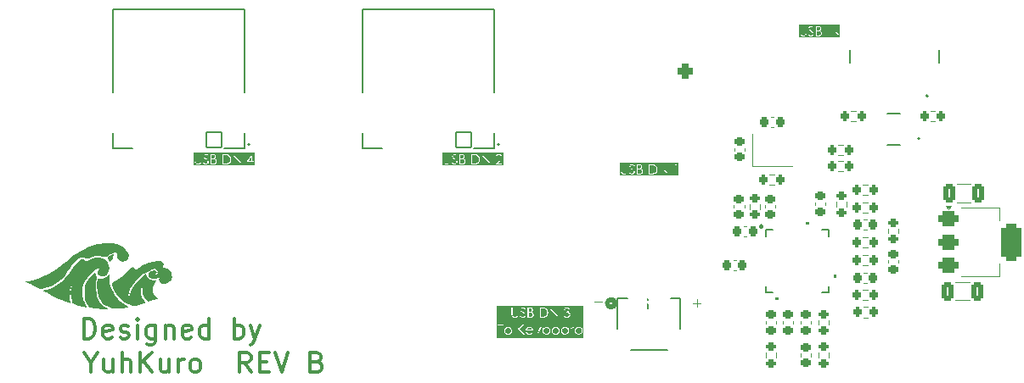
<source format=gbr>
%TF.GenerationSoftware,KiCad,Pcbnew,8.0.4*%
%TF.CreationDate,2025-06-24T22:11:05-05:00*%
%TF.ProjectId,numlocked_HUB,6e756d6c-6f63-46b6-9564-5f4855422e6b,rev?*%
%TF.SameCoordinates,Original*%
%TF.FileFunction,Legend,Top*%
%TF.FilePolarity,Positive*%
%FSLAX46Y46*%
G04 Gerber Fmt 4.6, Leading zero omitted, Abs format (unit mm)*
G04 Created by KiCad (PCBNEW 8.0.4) date 2025-06-24 22:11:05*
%MOMM*%
%LPD*%
G01*
G04 APERTURE LIST*
G04 Aperture macros list*
%AMRoundRect*
0 Rectangle with rounded corners*
0 $1 Rounding radius*
0 $2 $3 $4 $5 $6 $7 $8 $9 X,Y pos of 4 corners*
0 Add a 4 corners polygon primitive as box body*
4,1,4,$2,$3,$4,$5,$6,$7,$8,$9,$2,$3,0*
0 Add four circle primitives for the rounded corners*
1,1,$1+$1,$2,$3*
1,1,$1+$1,$4,$5*
1,1,$1+$1,$6,$7*
1,1,$1+$1,$8,$9*
0 Add four rect primitives between the rounded corners*
20,1,$1+$1,$2,$3,$4,$5,0*
20,1,$1+$1,$4,$5,$6,$7,0*
20,1,$1+$1,$6,$7,$8,$9,0*
20,1,$1+$1,$8,$9,$2,$3,0*%
G04 Aperture macros list end*
%ADD10C,0.250000*%
%ADD11C,0.150000*%
%ADD12C,0.100000*%
%ADD13C,0.300000*%
%ADD14C,0.120000*%
%ADD15C,0.200000*%
%ADD16C,0.127000*%
%ADD17C,0.152400*%
%ADD18C,0.508000*%
%ADD19C,0.000000*%
%ADD20C,0.010000*%
%ADD21RoundRect,0.225000X0.250000X-0.225000X0.250000X0.225000X-0.250000X0.225000X-0.250000X-0.225000X0*%
%ADD22RoundRect,0.200000X-0.200000X-0.275000X0.200000X-0.275000X0.200000X0.275000X-0.200000X0.275000X0*%
%ADD23C,4.400000*%
%ADD24C,0.650000*%
%ADD25O,1.204000X2.304000*%
%ADD26O,1.204000X2.004000*%
%ADD27RoundRect,0.102000X0.754000X0.754000X-0.754000X0.754000X-0.754000X-0.754000X0.754000X-0.754000X0*%
%ADD28C,1.712000*%
%ADD29C,3.600000*%
%ADD30R,0.660400X1.549400*%
%ADD31R,1.295400X1.905000*%
%ADD32RoundRect,0.225000X-0.225000X-0.250000X0.225000X-0.250000X0.225000X0.250000X-0.225000X0.250000X0*%
%ADD33R,1.066800X0.254000*%
%ADD34R,0.254000X1.066800*%
%ADD35RoundRect,0.225000X0.225000X0.250000X-0.225000X0.250000X-0.225000X-0.250000X0.225000X-0.250000X0*%
%ADD36RoundRect,0.200000X0.275000X-0.200000X0.275000X0.200000X-0.275000X0.200000X-0.275000X-0.200000X0*%
%ADD37RoundRect,0.250000X-0.325000X-0.650000X0.325000X-0.650000X0.325000X0.650000X-0.325000X0.650000X0*%
%ADD38RoundRect,0.200000X-0.275000X0.200000X-0.275000X-0.200000X0.275000X-0.200000X0.275000X0.200000X0*%
%ADD39RoundRect,0.200000X0.200000X0.275000X-0.200000X0.275000X-0.200000X-0.275000X0.200000X-0.275000X0*%
%ADD40R,1.092200X0.609600*%
%ADD41RoundRect,0.225000X-0.250000X0.225000X-0.250000X-0.225000X0.250000X-0.225000X0.250000X0.225000X0*%
%ADD42R,1.400000X1.200000*%
%ADD43RoundRect,0.375000X-0.625000X-0.375000X0.625000X-0.375000X0.625000X0.375000X-0.625000X0.375000X0*%
%ADD44RoundRect,0.500000X-0.500000X-1.400000X0.500000X-1.400000X0.500000X1.400000X-0.500000X1.400000X0*%
%ADD45RoundRect,0.377000X0.377000X0.377000X-0.377000X0.377000X-0.377000X-0.377000X0.377000X-0.377000X0*%
%ADD46C,1.508000*%
%ADD47C,3.340000*%
G04 APERTURE END LIST*
D10*
X163325000Y-59250000D02*
G75*
G02*
X163075000Y-59250000I-125000J0D01*
G01*
X163075000Y-59250000D02*
G75*
G02*
X163325000Y-59250000I125000J0D01*
G01*
D11*
G36*
X150996589Y-53529904D02*
G01*
X151052123Y-53531320D01*
X151103214Y-53534847D01*
X151152582Y-53542735D01*
X151188989Y-53554581D01*
X151235872Y-53580135D01*
X151273482Y-53615031D01*
X151292716Y-53642417D01*
X151311263Y-53687731D01*
X151317445Y-53738129D01*
X151317323Y-53745121D01*
X151308622Y-53795610D01*
X151286182Y-53842665D01*
X151282195Y-53848580D01*
X151247244Y-53886619D01*
X151203384Y-53913496D01*
X151193204Y-53917555D01*
X151142136Y-53929800D01*
X151092971Y-53934791D01*
X151041451Y-53936210D01*
X150916399Y-53936210D01*
X150916399Y-53529790D01*
X150973307Y-53529790D01*
X150996589Y-53529904D01*
G37*
G36*
X151039701Y-53107778D02*
G01*
X151093640Y-53111650D01*
X151142922Y-53123385D01*
X151187264Y-53147794D01*
X151203782Y-53163880D01*
X151229033Y-53209695D01*
X151235868Y-53258192D01*
X151228602Y-53308140D01*
X151206803Y-53353447D01*
X151172793Y-53390511D01*
X151128401Y-53416217D01*
X151125264Y-53417434D01*
X151074573Y-53429741D01*
X151023072Y-53434764D01*
X150974040Y-53436001D01*
X150916399Y-53436001D01*
X150916399Y-53107739D01*
X151033147Y-53107739D01*
X151039701Y-53107778D01*
G37*
G36*
X152212552Y-53107996D02*
G01*
X152274023Y-53109570D01*
X152329483Y-53112576D01*
X152378932Y-53117012D01*
X152430338Y-53124225D01*
X152485415Y-53137048D01*
X152516170Y-53147852D01*
X152565787Y-53171736D01*
X152610050Y-53201954D01*
X152648961Y-53238507D01*
X152682519Y-53281395D01*
X152710118Y-53329424D01*
X152730938Y-53381613D01*
X152743389Y-53429658D01*
X152750859Y-53480760D01*
X152753349Y-53534919D01*
X152751757Y-53578051D01*
X152745643Y-53627006D01*
X152732715Y-53680257D01*
X152713546Y-53729348D01*
X152688136Y-53774277D01*
X152671070Y-53797820D01*
X152637530Y-53834483D01*
X152599316Y-53865373D01*
X152556426Y-53890489D01*
X152508862Y-53909832D01*
X152480385Y-53917431D01*
X152429979Y-53925906D01*
X152376988Y-53931161D01*
X152325928Y-53934124D01*
X152268596Y-53935798D01*
X152218213Y-53936210D01*
X152101465Y-53936210D01*
X152101465Y-53107739D01*
X152172784Y-53107739D01*
X152212552Y-53107996D01*
G37*
G36*
X154915612Y-54156742D02*
G01*
X149094122Y-54156742D01*
X149094122Y-53621381D01*
X149205233Y-53621381D01*
X149205886Y-53675577D01*
X149208297Y-53730406D01*
X149213227Y-53781991D01*
X149223796Y-53833628D01*
X149236905Y-53868210D01*
X149264167Y-53915123D01*
X149300549Y-53956086D01*
X149340544Y-53987501D01*
X149351581Y-53994540D01*
X149398475Y-54018156D01*
X149449766Y-54034505D01*
X149498252Y-54042849D01*
X149550104Y-54045631D01*
X149604311Y-54041784D01*
X149654335Y-54030244D01*
X149700176Y-54011010D01*
X149741835Y-53984082D01*
X149765347Y-53964323D01*
X149801147Y-53926112D01*
X149828562Y-53884501D01*
X149847592Y-53839490D01*
X149849230Y-53834234D01*
X149849901Y-53831430D01*
X150013677Y-53831430D01*
X150017642Y-53838601D01*
X150046024Y-53885163D01*
X150075505Y-53925368D01*
X150110542Y-53963531D01*
X150151674Y-53996538D01*
X150175524Y-54010681D01*
X150220557Y-54030098D01*
X150268294Y-54041748D01*
X150318736Y-54045631D01*
X150333526Y-54045316D01*
X150383078Y-54039255D01*
X150435503Y-54022884D01*
X150483439Y-53996437D01*
X150521702Y-53965031D01*
X150558247Y-53922945D01*
X150584351Y-53877287D01*
X150600013Y-53828056D01*
X150605233Y-53775254D01*
X150605186Y-53770523D01*
X150598364Y-53718571D01*
X150582145Y-53671492D01*
X150556385Y-53624556D01*
X150531158Y-53590640D01*
X150498008Y-53554712D01*
X150456933Y-53516775D01*
X150415420Y-53482657D01*
X150376378Y-53453098D01*
X150369551Y-53448045D01*
X150353411Y-53436001D01*
X150817480Y-53436001D01*
X150817480Y-53936210D01*
X150817480Y-54030000D01*
X151094940Y-54030000D01*
X151140314Y-54027912D01*
X151190826Y-54019898D01*
X151244331Y-54002952D01*
X151291992Y-53977824D01*
X151333810Y-53944515D01*
X151341688Y-53936210D01*
X152004501Y-53936210D01*
X152004501Y-54030000D01*
X152325924Y-54030000D01*
X153046685Y-54030000D01*
X153151221Y-54030000D01*
X153151221Y-53247201D01*
X153817515Y-54030000D01*
X153840230Y-54030000D01*
X153840230Y-53107739D01*
X154545359Y-53107739D01*
X154704117Y-53107739D01*
X154704117Y-54030000D01*
X154804501Y-54030000D01*
X154804501Y-53013949D01*
X154605931Y-53013949D01*
X154545359Y-53107739D01*
X153840230Y-53107739D01*
X153840230Y-53013949D01*
X153740579Y-53013949D01*
X153740579Y-53803342D01*
X153068667Y-53013949D01*
X153046685Y-53013949D01*
X153046685Y-54030000D01*
X152325924Y-54030000D01*
X152360629Y-54029514D01*
X152415180Y-54026550D01*
X152465616Y-54020890D01*
X152520708Y-54010540D01*
X152569875Y-53996309D01*
X152619748Y-53974801D01*
X152645329Y-53960051D01*
X152687138Y-53929665D01*
X152725184Y-53893459D01*
X152759466Y-53851433D01*
X152789986Y-53803586D01*
X152797942Y-53788912D01*
X152818730Y-53743182D01*
X152834899Y-53694894D01*
X152846448Y-53644046D01*
X152853377Y-53590640D01*
X152855687Y-53534675D01*
X152853665Y-53480614D01*
X152847601Y-53428949D01*
X152837494Y-53379682D01*
X152823344Y-53332812D01*
X152801027Y-53279732D01*
X152772889Y-53230104D01*
X152762288Y-53214434D01*
X152727475Y-53170982D01*
X152688145Y-53132872D01*
X152644299Y-53100102D01*
X152595936Y-53072673D01*
X152543056Y-53050586D01*
X152536539Y-53048332D01*
X152484117Y-53034557D01*
X152429715Y-53025541D01*
X152377702Y-53019996D01*
X152319620Y-53016239D01*
X152268783Y-53014522D01*
X152214061Y-53013949D01*
X152004501Y-53013949D01*
X152004501Y-53936210D01*
X151341688Y-53936210D01*
X151354647Y-53922548D01*
X151384426Y-53881241D01*
X151405697Y-53836288D01*
X151418460Y-53787689D01*
X151422714Y-53735443D01*
X151422344Y-53720380D01*
X151415218Y-53669883D01*
X151399023Y-53622847D01*
X151395987Y-53616404D01*
X151368474Y-53571914D01*
X151332588Y-53534187D01*
X151302449Y-53512090D01*
X151256837Y-53488093D01*
X151210956Y-53470195D01*
X151237468Y-53454253D01*
X151276010Y-53422357D01*
X151307920Y-53381290D01*
X151319126Y-53360262D01*
X151335451Y-53311813D01*
X151340893Y-53259413D01*
X151338542Y-53224441D01*
X151326200Y-53175016D01*
X151303279Y-53129232D01*
X151282900Y-53101816D01*
X151245978Y-53067790D01*
X151201430Y-53042281D01*
X151165710Y-53029886D01*
X151117204Y-53020175D01*
X151066691Y-53015305D01*
X151016782Y-53013949D01*
X150817480Y-53013949D01*
X150817480Y-53436001D01*
X150353411Y-53436001D01*
X150326735Y-53416095D01*
X150284463Y-53383809D01*
X150245952Y-53351981D01*
X150223588Y-53327597D01*
X150195638Y-53284570D01*
X150189654Y-53268939D01*
X150181960Y-53220579D01*
X150191669Y-53170631D01*
X150220795Y-53129232D01*
X150228272Y-53122597D01*
X150271516Y-53099213D01*
X150320690Y-53092107D01*
X150360795Y-53096782D01*
X150408374Y-53116531D01*
X150440934Y-53142016D01*
X150474885Y-53178292D01*
X150505582Y-53217159D01*
X150587892Y-53154877D01*
X150570661Y-53133346D01*
X150536864Y-53095549D01*
X150499901Y-53061422D01*
X150456245Y-53031779D01*
X150424646Y-53017140D01*
X150375073Y-53003023D01*
X150322889Y-52998318D01*
X150297961Y-52999391D01*
X150246368Y-53009081D01*
X150198080Y-53028848D01*
X150177541Y-53041004D01*
X150139166Y-53072821D01*
X150109176Y-53112135D01*
X150098469Y-53132322D01*
X150082869Y-53178830D01*
X150077669Y-53229127D01*
X150077878Y-53239189D01*
X150085191Y-53288181D01*
X150102951Y-53334978D01*
X150131158Y-53379581D01*
X150163739Y-53415061D01*
X150201574Y-53448732D01*
X150244447Y-53483629D01*
X150288450Y-53517578D01*
X150303838Y-53529317D01*
X150346336Y-53563251D01*
X150388972Y-53600411D01*
X150428539Y-53639673D01*
X150461374Y-53679755D01*
X150463493Y-53682810D01*
X150487203Y-53729153D01*
X150495812Y-53779651D01*
X150491325Y-53817872D01*
X150472365Y-53864403D01*
X150445890Y-53898238D01*
X150404466Y-53928150D01*
X150358243Y-53945919D01*
X150308967Y-53951842D01*
X150294239Y-53951170D01*
X150244419Y-53938241D01*
X150197287Y-53908855D01*
X150159027Y-53870570D01*
X150128653Y-53829430D01*
X150099651Y-53779895D01*
X150013677Y-53831430D01*
X149849901Y-53831430D01*
X149861631Y-53782403D01*
X149869119Y-53729486D01*
X149872941Y-53677900D01*
X149874214Y-53621381D01*
X149874214Y-53013949D01*
X149773098Y-53013949D01*
X149773098Y-53622847D01*
X149772457Y-53677389D01*
X149769852Y-53731356D01*
X149762840Y-53780383D01*
X149761923Y-53783711D01*
X149744277Y-53829965D01*
X149717411Y-53871730D01*
X149682789Y-53905252D01*
X149640474Y-53930593D01*
X149593518Y-53946530D01*
X149544487Y-53951842D01*
X149526421Y-53951180D01*
X149476092Y-53942284D01*
X149429692Y-53924731D01*
X149422693Y-53921291D01*
X149380111Y-53894384D01*
X149345184Y-53857564D01*
X149341842Y-53852481D01*
X149320670Y-53806319D01*
X149310258Y-53757913D01*
X149307569Y-53722661D01*
X149306365Y-53671863D01*
X149306106Y-53622847D01*
X149306106Y-53013949D01*
X149205233Y-53013949D01*
X149205233Y-53621381D01*
X149094122Y-53621381D01*
X149094122Y-52887207D01*
X154915612Y-52887207D01*
X154915612Y-54156742D01*
G37*
D12*
X146603884Y-66791466D02*
X147365789Y-66791466D01*
D13*
X95673558Y-70439638D02*
X95673558Y-68439638D01*
X95673558Y-68439638D02*
X96149748Y-68439638D01*
X96149748Y-68439638D02*
X96435463Y-68534876D01*
X96435463Y-68534876D02*
X96625939Y-68725352D01*
X96625939Y-68725352D02*
X96721177Y-68915828D01*
X96721177Y-68915828D02*
X96816415Y-69296780D01*
X96816415Y-69296780D02*
X96816415Y-69582495D01*
X96816415Y-69582495D02*
X96721177Y-69963447D01*
X96721177Y-69963447D02*
X96625939Y-70153923D01*
X96625939Y-70153923D02*
X96435463Y-70344400D01*
X96435463Y-70344400D02*
X96149748Y-70439638D01*
X96149748Y-70439638D02*
X95673558Y-70439638D01*
X98435463Y-70344400D02*
X98244987Y-70439638D01*
X98244987Y-70439638D02*
X97864034Y-70439638D01*
X97864034Y-70439638D02*
X97673558Y-70344400D01*
X97673558Y-70344400D02*
X97578320Y-70153923D01*
X97578320Y-70153923D02*
X97578320Y-69392019D01*
X97578320Y-69392019D02*
X97673558Y-69201542D01*
X97673558Y-69201542D02*
X97864034Y-69106304D01*
X97864034Y-69106304D02*
X98244987Y-69106304D01*
X98244987Y-69106304D02*
X98435463Y-69201542D01*
X98435463Y-69201542D02*
X98530701Y-69392019D01*
X98530701Y-69392019D02*
X98530701Y-69582495D01*
X98530701Y-69582495D02*
X97578320Y-69772971D01*
X99292606Y-70344400D02*
X99483082Y-70439638D01*
X99483082Y-70439638D02*
X99864034Y-70439638D01*
X99864034Y-70439638D02*
X100054511Y-70344400D01*
X100054511Y-70344400D02*
X100149749Y-70153923D01*
X100149749Y-70153923D02*
X100149749Y-70058685D01*
X100149749Y-70058685D02*
X100054511Y-69868209D01*
X100054511Y-69868209D02*
X99864034Y-69772971D01*
X99864034Y-69772971D02*
X99578320Y-69772971D01*
X99578320Y-69772971D02*
X99387844Y-69677733D01*
X99387844Y-69677733D02*
X99292606Y-69487257D01*
X99292606Y-69487257D02*
X99292606Y-69392019D01*
X99292606Y-69392019D02*
X99387844Y-69201542D01*
X99387844Y-69201542D02*
X99578320Y-69106304D01*
X99578320Y-69106304D02*
X99864034Y-69106304D01*
X99864034Y-69106304D02*
X100054511Y-69201542D01*
X101006892Y-70439638D02*
X101006892Y-69106304D01*
X101006892Y-68439638D02*
X100911654Y-68534876D01*
X100911654Y-68534876D02*
X101006892Y-68630114D01*
X101006892Y-68630114D02*
X101102130Y-68534876D01*
X101102130Y-68534876D02*
X101006892Y-68439638D01*
X101006892Y-68439638D02*
X101006892Y-68630114D01*
X102816416Y-69106304D02*
X102816416Y-70725352D01*
X102816416Y-70725352D02*
X102721178Y-70915828D01*
X102721178Y-70915828D02*
X102625940Y-71011066D01*
X102625940Y-71011066D02*
X102435463Y-71106304D01*
X102435463Y-71106304D02*
X102149749Y-71106304D01*
X102149749Y-71106304D02*
X101959273Y-71011066D01*
X102816416Y-70344400D02*
X102625940Y-70439638D01*
X102625940Y-70439638D02*
X102244987Y-70439638D01*
X102244987Y-70439638D02*
X102054511Y-70344400D01*
X102054511Y-70344400D02*
X101959273Y-70249161D01*
X101959273Y-70249161D02*
X101864035Y-70058685D01*
X101864035Y-70058685D02*
X101864035Y-69487257D01*
X101864035Y-69487257D02*
X101959273Y-69296780D01*
X101959273Y-69296780D02*
X102054511Y-69201542D01*
X102054511Y-69201542D02*
X102244987Y-69106304D01*
X102244987Y-69106304D02*
X102625940Y-69106304D01*
X102625940Y-69106304D02*
X102816416Y-69201542D01*
X103768797Y-69106304D02*
X103768797Y-70439638D01*
X103768797Y-69296780D02*
X103864035Y-69201542D01*
X103864035Y-69201542D02*
X104054511Y-69106304D01*
X104054511Y-69106304D02*
X104340226Y-69106304D01*
X104340226Y-69106304D02*
X104530702Y-69201542D01*
X104530702Y-69201542D02*
X104625940Y-69392019D01*
X104625940Y-69392019D02*
X104625940Y-70439638D01*
X106340226Y-70344400D02*
X106149750Y-70439638D01*
X106149750Y-70439638D02*
X105768797Y-70439638D01*
X105768797Y-70439638D02*
X105578321Y-70344400D01*
X105578321Y-70344400D02*
X105483083Y-70153923D01*
X105483083Y-70153923D02*
X105483083Y-69392019D01*
X105483083Y-69392019D02*
X105578321Y-69201542D01*
X105578321Y-69201542D02*
X105768797Y-69106304D01*
X105768797Y-69106304D02*
X106149750Y-69106304D01*
X106149750Y-69106304D02*
X106340226Y-69201542D01*
X106340226Y-69201542D02*
X106435464Y-69392019D01*
X106435464Y-69392019D02*
X106435464Y-69582495D01*
X106435464Y-69582495D02*
X105483083Y-69772971D01*
X108149750Y-70439638D02*
X108149750Y-68439638D01*
X108149750Y-70344400D02*
X107959274Y-70439638D01*
X107959274Y-70439638D02*
X107578321Y-70439638D01*
X107578321Y-70439638D02*
X107387845Y-70344400D01*
X107387845Y-70344400D02*
X107292607Y-70249161D01*
X107292607Y-70249161D02*
X107197369Y-70058685D01*
X107197369Y-70058685D02*
X107197369Y-69487257D01*
X107197369Y-69487257D02*
X107292607Y-69296780D01*
X107292607Y-69296780D02*
X107387845Y-69201542D01*
X107387845Y-69201542D02*
X107578321Y-69106304D01*
X107578321Y-69106304D02*
X107959274Y-69106304D01*
X107959274Y-69106304D02*
X108149750Y-69201542D01*
X110625941Y-70439638D02*
X110625941Y-68439638D01*
X110625941Y-69201542D02*
X110816417Y-69106304D01*
X110816417Y-69106304D02*
X111197370Y-69106304D01*
X111197370Y-69106304D02*
X111387846Y-69201542D01*
X111387846Y-69201542D02*
X111483084Y-69296780D01*
X111483084Y-69296780D02*
X111578322Y-69487257D01*
X111578322Y-69487257D02*
X111578322Y-70058685D01*
X111578322Y-70058685D02*
X111483084Y-70249161D01*
X111483084Y-70249161D02*
X111387846Y-70344400D01*
X111387846Y-70344400D02*
X111197370Y-70439638D01*
X111197370Y-70439638D02*
X110816417Y-70439638D01*
X110816417Y-70439638D02*
X110625941Y-70344400D01*
X112244989Y-69106304D02*
X112721179Y-70439638D01*
X113197370Y-69106304D02*
X112721179Y-70439638D01*
X112721179Y-70439638D02*
X112530703Y-70915828D01*
X112530703Y-70915828D02*
X112435465Y-71011066D01*
X112435465Y-71011066D02*
X112244989Y-71106304D01*
D11*
G36*
X168840344Y-39729904D02*
G01*
X168895878Y-39731320D01*
X168946969Y-39734847D01*
X168996337Y-39742735D01*
X169032744Y-39754581D01*
X169079627Y-39780135D01*
X169117237Y-39815031D01*
X169136471Y-39842417D01*
X169155018Y-39887731D01*
X169161200Y-39938129D01*
X169161078Y-39945121D01*
X169152377Y-39995610D01*
X169129937Y-40042665D01*
X169125950Y-40048580D01*
X169090999Y-40086619D01*
X169047139Y-40113496D01*
X169036959Y-40117555D01*
X168985891Y-40129800D01*
X168936726Y-40134791D01*
X168885206Y-40136210D01*
X168760154Y-40136210D01*
X168760154Y-39729790D01*
X168817062Y-39729790D01*
X168840344Y-39729904D01*
G37*
G36*
X168883456Y-39307778D02*
G01*
X168937395Y-39311650D01*
X168986677Y-39323385D01*
X169031019Y-39347794D01*
X169047537Y-39363880D01*
X169072788Y-39409695D01*
X169079623Y-39458192D01*
X169072357Y-39508140D01*
X169050558Y-39553447D01*
X169016548Y-39590511D01*
X168972156Y-39616217D01*
X168969019Y-39617434D01*
X168918328Y-39629741D01*
X168866827Y-39634764D01*
X168817795Y-39636001D01*
X168760154Y-39636001D01*
X168760154Y-39307739D01*
X168876902Y-39307739D01*
X168883456Y-39307778D01*
G37*
G36*
X171070183Y-40356742D02*
G01*
X166937877Y-40356742D01*
X166937877Y-39821381D01*
X167048988Y-39821381D01*
X167049641Y-39875577D01*
X167052052Y-39930406D01*
X167056982Y-39981991D01*
X167067551Y-40033628D01*
X167080660Y-40068210D01*
X167107922Y-40115123D01*
X167144304Y-40156086D01*
X167184299Y-40187501D01*
X167195336Y-40194540D01*
X167242230Y-40218156D01*
X167293521Y-40234505D01*
X167342007Y-40242849D01*
X167393859Y-40245631D01*
X167448066Y-40241784D01*
X167498090Y-40230244D01*
X167543931Y-40211010D01*
X167585590Y-40184082D01*
X167609102Y-40164323D01*
X167644902Y-40126112D01*
X167672317Y-40084501D01*
X167691347Y-40039490D01*
X167692985Y-40034234D01*
X167693656Y-40031430D01*
X167857432Y-40031430D01*
X167861397Y-40038601D01*
X167889779Y-40085163D01*
X167919260Y-40125368D01*
X167954297Y-40163531D01*
X167995429Y-40196538D01*
X168019279Y-40210681D01*
X168064312Y-40230098D01*
X168112049Y-40241748D01*
X168162491Y-40245631D01*
X168177281Y-40245316D01*
X168226833Y-40239255D01*
X168279258Y-40222884D01*
X168327194Y-40196437D01*
X168365457Y-40165031D01*
X168402002Y-40122945D01*
X168428106Y-40077287D01*
X168443768Y-40028056D01*
X168448988Y-39975254D01*
X168448941Y-39970523D01*
X168442119Y-39918571D01*
X168425900Y-39871492D01*
X168400140Y-39824556D01*
X168374913Y-39790640D01*
X168341763Y-39754712D01*
X168300688Y-39716775D01*
X168259175Y-39682657D01*
X168220133Y-39653098D01*
X168213306Y-39648045D01*
X168197166Y-39636001D01*
X168661235Y-39636001D01*
X168661235Y-40136210D01*
X168661235Y-40230000D01*
X168938695Y-40230000D01*
X169833845Y-40230000D01*
X169934962Y-40230000D01*
X170165527Y-40230000D01*
X170270063Y-40230000D01*
X170270063Y-39447201D01*
X170936357Y-40230000D01*
X170959072Y-40230000D01*
X170959072Y-39213949D01*
X170859421Y-39213949D01*
X170859421Y-40003342D01*
X170187509Y-39213949D01*
X170165527Y-39213949D01*
X170165527Y-40230000D01*
X169934962Y-40230000D01*
X169934962Y-39213949D01*
X169833845Y-39213949D01*
X169833845Y-40230000D01*
X168938695Y-40230000D01*
X168984069Y-40227912D01*
X169034581Y-40219898D01*
X169088086Y-40202952D01*
X169135747Y-40177824D01*
X169177565Y-40144515D01*
X169198402Y-40122548D01*
X169228181Y-40081241D01*
X169249452Y-40036288D01*
X169262215Y-39987689D01*
X169266469Y-39935443D01*
X169266099Y-39920380D01*
X169258973Y-39869883D01*
X169242778Y-39822847D01*
X169239742Y-39816404D01*
X169212229Y-39771914D01*
X169176343Y-39734187D01*
X169146204Y-39712090D01*
X169100592Y-39688093D01*
X169054711Y-39670195D01*
X169081223Y-39654253D01*
X169119765Y-39622357D01*
X169151675Y-39581290D01*
X169162881Y-39560262D01*
X169179206Y-39511813D01*
X169184648Y-39459413D01*
X169182297Y-39424441D01*
X169169955Y-39375016D01*
X169147034Y-39329232D01*
X169126655Y-39301816D01*
X169089733Y-39267790D01*
X169045185Y-39242281D01*
X169009465Y-39229886D01*
X168960959Y-39220175D01*
X168910446Y-39215305D01*
X168860537Y-39213949D01*
X168661235Y-39213949D01*
X168661235Y-39636001D01*
X168197166Y-39636001D01*
X168170490Y-39616095D01*
X168128218Y-39583809D01*
X168089707Y-39551981D01*
X168067343Y-39527597D01*
X168039393Y-39484570D01*
X168033409Y-39468939D01*
X168025715Y-39420579D01*
X168035424Y-39370631D01*
X168064550Y-39329232D01*
X168072027Y-39322597D01*
X168115271Y-39299213D01*
X168164445Y-39292107D01*
X168204550Y-39296782D01*
X168252129Y-39316531D01*
X168284689Y-39342016D01*
X168318640Y-39378292D01*
X168349337Y-39417159D01*
X168431647Y-39354877D01*
X168414416Y-39333346D01*
X168380619Y-39295549D01*
X168343656Y-39261422D01*
X168300000Y-39231779D01*
X168268401Y-39217140D01*
X168218828Y-39203023D01*
X168166644Y-39198318D01*
X168141716Y-39199391D01*
X168090123Y-39209081D01*
X168041835Y-39228848D01*
X168021296Y-39241004D01*
X167982921Y-39272821D01*
X167952931Y-39312135D01*
X167942224Y-39332322D01*
X167926624Y-39378830D01*
X167921424Y-39429127D01*
X167921633Y-39439189D01*
X167928946Y-39488181D01*
X167946706Y-39534978D01*
X167974913Y-39579581D01*
X168007494Y-39615061D01*
X168045329Y-39648732D01*
X168088202Y-39683629D01*
X168132205Y-39717578D01*
X168147593Y-39729317D01*
X168190091Y-39763251D01*
X168232727Y-39800411D01*
X168272294Y-39839673D01*
X168305129Y-39879755D01*
X168307248Y-39882810D01*
X168330958Y-39929153D01*
X168339567Y-39979651D01*
X168335080Y-40017872D01*
X168316120Y-40064403D01*
X168289645Y-40098238D01*
X168248221Y-40128150D01*
X168201998Y-40145919D01*
X168152722Y-40151842D01*
X168137994Y-40151170D01*
X168088174Y-40138241D01*
X168041042Y-40108855D01*
X168002782Y-40070570D01*
X167972408Y-40029430D01*
X167943406Y-39979895D01*
X167857432Y-40031430D01*
X167693656Y-40031430D01*
X167705386Y-39982403D01*
X167712874Y-39929486D01*
X167716696Y-39877900D01*
X167717969Y-39821381D01*
X167717969Y-39213949D01*
X167616853Y-39213949D01*
X167616853Y-39822847D01*
X167616212Y-39877389D01*
X167613607Y-39931356D01*
X167606595Y-39980383D01*
X167605678Y-39983711D01*
X167588032Y-40029965D01*
X167561166Y-40071730D01*
X167526544Y-40105252D01*
X167484229Y-40130593D01*
X167437273Y-40146530D01*
X167388242Y-40151842D01*
X167370176Y-40151180D01*
X167319847Y-40142284D01*
X167273447Y-40124731D01*
X167266448Y-40121291D01*
X167223866Y-40094384D01*
X167188939Y-40057564D01*
X167185597Y-40052481D01*
X167164425Y-40006319D01*
X167154013Y-39957913D01*
X167151324Y-39922661D01*
X167150120Y-39871863D01*
X167149861Y-39822847D01*
X167149861Y-39213949D01*
X167048988Y-39213949D01*
X167048988Y-39821381D01*
X166937877Y-39821381D01*
X166937877Y-39087207D01*
X171070183Y-39087207D01*
X171070183Y-40356742D01*
G37*
G36*
X108496589Y-52529904D02*
G01*
X108552123Y-52531320D01*
X108603214Y-52534847D01*
X108652582Y-52542735D01*
X108688989Y-52554581D01*
X108735872Y-52580135D01*
X108773482Y-52615031D01*
X108792716Y-52642417D01*
X108811263Y-52687731D01*
X108817445Y-52738129D01*
X108817323Y-52745121D01*
X108808622Y-52795610D01*
X108786182Y-52842665D01*
X108782195Y-52848580D01*
X108747244Y-52886619D01*
X108703384Y-52913496D01*
X108693204Y-52917555D01*
X108642136Y-52929800D01*
X108592971Y-52934791D01*
X108541451Y-52936210D01*
X108416399Y-52936210D01*
X108416399Y-52529790D01*
X108473307Y-52529790D01*
X108496589Y-52529904D01*
G37*
G36*
X108539701Y-52107778D02*
G01*
X108593640Y-52111650D01*
X108642922Y-52123385D01*
X108687264Y-52147794D01*
X108703782Y-52163880D01*
X108729033Y-52209695D01*
X108735868Y-52258192D01*
X108728602Y-52308140D01*
X108706803Y-52353447D01*
X108672793Y-52390511D01*
X108628401Y-52416217D01*
X108625264Y-52417434D01*
X108574573Y-52429741D01*
X108523072Y-52434764D01*
X108474040Y-52436001D01*
X108416399Y-52436001D01*
X108416399Y-52107739D01*
X108533147Y-52107739D01*
X108539701Y-52107778D01*
G37*
G36*
X109712552Y-52107996D02*
G01*
X109774023Y-52109570D01*
X109829483Y-52112576D01*
X109878932Y-52117012D01*
X109930338Y-52124225D01*
X109985415Y-52137048D01*
X110016170Y-52147852D01*
X110065787Y-52171736D01*
X110110050Y-52201954D01*
X110148961Y-52238507D01*
X110182519Y-52281395D01*
X110210118Y-52329424D01*
X110230938Y-52381613D01*
X110243389Y-52429658D01*
X110250859Y-52480760D01*
X110253349Y-52534919D01*
X110251757Y-52578051D01*
X110245643Y-52627006D01*
X110232715Y-52680257D01*
X110213546Y-52729348D01*
X110188136Y-52774277D01*
X110171070Y-52797820D01*
X110137530Y-52834483D01*
X110099316Y-52865373D01*
X110056426Y-52890489D01*
X110008862Y-52909832D01*
X109980385Y-52917431D01*
X109929979Y-52925906D01*
X109876988Y-52931161D01*
X109825928Y-52934124D01*
X109768596Y-52935798D01*
X109718213Y-52936210D01*
X109601465Y-52936210D01*
X109601465Y-52107739D01*
X109672784Y-52107739D01*
X109712552Y-52107996D01*
G37*
G36*
X112364096Y-52701737D02*
G01*
X112066852Y-52701737D01*
X112364096Y-52281395D01*
X112364096Y-52701737D01*
G37*
G36*
X112698689Y-53156742D02*
G01*
X106594122Y-53156742D01*
X106594122Y-52621381D01*
X106705233Y-52621381D01*
X106705886Y-52675577D01*
X106708297Y-52730406D01*
X106713227Y-52781991D01*
X106723796Y-52833628D01*
X106736905Y-52868210D01*
X106764167Y-52915123D01*
X106800549Y-52956086D01*
X106840544Y-52987501D01*
X106851581Y-52994540D01*
X106898475Y-53018156D01*
X106949766Y-53034505D01*
X106998252Y-53042849D01*
X107050104Y-53045631D01*
X107104311Y-53041784D01*
X107154335Y-53030244D01*
X107200176Y-53011010D01*
X107241835Y-52984082D01*
X107265347Y-52964323D01*
X107301147Y-52926112D01*
X107328562Y-52884501D01*
X107347592Y-52839490D01*
X107349230Y-52834234D01*
X107349901Y-52831430D01*
X107513677Y-52831430D01*
X107517642Y-52838601D01*
X107546024Y-52885163D01*
X107575505Y-52925368D01*
X107610542Y-52963531D01*
X107651674Y-52996538D01*
X107675524Y-53010681D01*
X107720557Y-53030098D01*
X107768294Y-53041748D01*
X107818736Y-53045631D01*
X107833526Y-53045316D01*
X107883078Y-53039255D01*
X107935503Y-53022884D01*
X107983439Y-52996437D01*
X108021702Y-52965031D01*
X108058247Y-52922945D01*
X108084351Y-52877287D01*
X108100013Y-52828056D01*
X108105233Y-52775254D01*
X108105186Y-52770523D01*
X108098364Y-52718571D01*
X108082145Y-52671492D01*
X108056385Y-52624556D01*
X108031158Y-52590640D01*
X107998008Y-52554712D01*
X107956933Y-52516775D01*
X107915420Y-52482657D01*
X107876378Y-52453098D01*
X107869551Y-52448045D01*
X107853411Y-52436001D01*
X108317480Y-52436001D01*
X108317480Y-52936210D01*
X108317480Y-53030000D01*
X108594940Y-53030000D01*
X108640314Y-53027912D01*
X108690826Y-53019898D01*
X108744331Y-53002952D01*
X108791992Y-52977824D01*
X108833810Y-52944515D01*
X108841688Y-52936210D01*
X109504501Y-52936210D01*
X109504501Y-53030000D01*
X109825924Y-53030000D01*
X110546685Y-53030000D01*
X110651221Y-53030000D01*
X110651221Y-52247201D01*
X111317515Y-53030000D01*
X111340230Y-53030000D01*
X111340230Y-52795526D01*
X111881228Y-52795526D01*
X112364096Y-52795526D01*
X112364096Y-53030000D01*
X112465212Y-53030000D01*
X112465212Y-52795526D01*
X112587578Y-52795526D01*
X112587578Y-52701737D01*
X112465212Y-52701737D01*
X112465212Y-51998318D01*
X112444696Y-51998318D01*
X111947518Y-52701737D01*
X111881228Y-52795526D01*
X111340230Y-52795526D01*
X111340230Y-52013949D01*
X111240579Y-52013949D01*
X111240579Y-52803342D01*
X110568667Y-52013949D01*
X110546685Y-52013949D01*
X110546685Y-53030000D01*
X109825924Y-53030000D01*
X109860629Y-53029514D01*
X109915180Y-53026550D01*
X109965616Y-53020890D01*
X110020708Y-53010540D01*
X110069875Y-52996309D01*
X110119748Y-52974801D01*
X110145329Y-52960051D01*
X110187138Y-52929665D01*
X110225184Y-52893459D01*
X110259466Y-52851433D01*
X110289986Y-52803586D01*
X110297942Y-52788912D01*
X110318730Y-52743182D01*
X110334899Y-52694894D01*
X110346448Y-52644046D01*
X110353377Y-52590640D01*
X110355687Y-52534675D01*
X110353665Y-52480614D01*
X110347601Y-52428949D01*
X110337494Y-52379682D01*
X110323344Y-52332812D01*
X110301027Y-52279732D01*
X110272889Y-52230104D01*
X110262288Y-52214434D01*
X110227475Y-52170982D01*
X110188145Y-52132872D01*
X110144299Y-52100102D01*
X110095936Y-52072673D01*
X110043056Y-52050586D01*
X110036539Y-52048332D01*
X109984117Y-52034557D01*
X109929715Y-52025541D01*
X109877702Y-52019996D01*
X109819620Y-52016239D01*
X109768783Y-52014522D01*
X109714061Y-52013949D01*
X109504501Y-52013949D01*
X109504501Y-52936210D01*
X108841688Y-52936210D01*
X108854647Y-52922548D01*
X108884426Y-52881241D01*
X108905697Y-52836288D01*
X108918460Y-52787689D01*
X108922714Y-52735443D01*
X108922344Y-52720380D01*
X108915218Y-52669883D01*
X108899023Y-52622847D01*
X108895987Y-52616404D01*
X108868474Y-52571914D01*
X108832588Y-52534187D01*
X108802449Y-52512090D01*
X108756837Y-52488093D01*
X108710956Y-52470195D01*
X108737468Y-52454253D01*
X108776010Y-52422357D01*
X108807920Y-52381290D01*
X108819126Y-52360262D01*
X108835451Y-52311813D01*
X108840893Y-52259413D01*
X108838542Y-52224441D01*
X108826200Y-52175016D01*
X108803279Y-52129232D01*
X108782900Y-52101816D01*
X108745978Y-52067790D01*
X108701430Y-52042281D01*
X108665710Y-52029886D01*
X108617204Y-52020175D01*
X108566691Y-52015305D01*
X108516782Y-52013949D01*
X108317480Y-52013949D01*
X108317480Y-52436001D01*
X107853411Y-52436001D01*
X107826735Y-52416095D01*
X107784463Y-52383809D01*
X107745952Y-52351981D01*
X107723588Y-52327597D01*
X107695638Y-52284570D01*
X107689654Y-52268939D01*
X107681960Y-52220579D01*
X107691669Y-52170631D01*
X107720795Y-52129232D01*
X107728272Y-52122597D01*
X107771516Y-52099213D01*
X107820690Y-52092107D01*
X107860795Y-52096782D01*
X107908374Y-52116531D01*
X107940934Y-52142016D01*
X107974885Y-52178292D01*
X108005582Y-52217159D01*
X108087892Y-52154877D01*
X108070661Y-52133346D01*
X108036864Y-52095549D01*
X107999901Y-52061422D01*
X107956245Y-52031779D01*
X107924646Y-52017140D01*
X107875073Y-52003023D01*
X107822889Y-51998318D01*
X107797961Y-51999391D01*
X107746368Y-52009081D01*
X107698080Y-52028848D01*
X107677541Y-52041004D01*
X107639166Y-52072821D01*
X107609176Y-52112135D01*
X107598469Y-52132322D01*
X107582869Y-52178830D01*
X107577669Y-52229127D01*
X107577878Y-52239189D01*
X107585191Y-52288181D01*
X107602951Y-52334978D01*
X107631158Y-52379581D01*
X107663739Y-52415061D01*
X107701574Y-52448732D01*
X107744447Y-52483629D01*
X107788450Y-52517578D01*
X107803838Y-52529317D01*
X107846336Y-52563251D01*
X107888972Y-52600411D01*
X107928539Y-52639673D01*
X107961374Y-52679755D01*
X107963493Y-52682810D01*
X107987203Y-52729153D01*
X107995812Y-52779651D01*
X107991325Y-52817872D01*
X107972365Y-52864403D01*
X107945890Y-52898238D01*
X107904466Y-52928150D01*
X107858243Y-52945919D01*
X107808967Y-52951842D01*
X107794239Y-52951170D01*
X107744419Y-52938241D01*
X107697287Y-52908855D01*
X107659027Y-52870570D01*
X107628653Y-52829430D01*
X107599651Y-52779895D01*
X107513677Y-52831430D01*
X107349901Y-52831430D01*
X107361631Y-52782403D01*
X107369119Y-52729486D01*
X107372941Y-52677900D01*
X107374214Y-52621381D01*
X107374214Y-52013949D01*
X107273098Y-52013949D01*
X107273098Y-52622847D01*
X107272457Y-52677389D01*
X107269852Y-52731356D01*
X107262840Y-52780383D01*
X107261923Y-52783711D01*
X107244277Y-52829965D01*
X107217411Y-52871730D01*
X107182789Y-52905252D01*
X107140474Y-52930593D01*
X107093518Y-52946530D01*
X107044487Y-52951842D01*
X107026421Y-52951180D01*
X106976092Y-52942284D01*
X106929692Y-52924731D01*
X106922693Y-52921291D01*
X106880111Y-52894384D01*
X106845184Y-52857564D01*
X106841842Y-52852481D01*
X106820670Y-52806319D01*
X106810258Y-52757913D01*
X106807569Y-52722661D01*
X106806365Y-52671863D01*
X106806106Y-52622847D01*
X106806106Y-52013949D01*
X106705233Y-52013949D01*
X106705233Y-52621381D01*
X106594122Y-52621381D01*
X106594122Y-51887207D01*
X112698689Y-51887207D01*
X112698689Y-53156742D01*
G37*
D12*
X156403884Y-66891466D02*
X157165789Y-66891466D01*
X156784836Y-67272419D02*
X156784836Y-66510514D01*
D11*
G36*
X133296589Y-52529904D02*
G01*
X133352123Y-52531320D01*
X133403214Y-52534847D01*
X133452582Y-52542735D01*
X133488989Y-52554581D01*
X133535872Y-52580135D01*
X133573482Y-52615031D01*
X133592716Y-52642417D01*
X133611263Y-52687731D01*
X133617445Y-52738129D01*
X133617323Y-52745121D01*
X133608622Y-52795610D01*
X133586182Y-52842665D01*
X133582195Y-52848580D01*
X133547244Y-52886619D01*
X133503384Y-52913496D01*
X133493204Y-52917555D01*
X133442136Y-52929800D01*
X133392971Y-52934791D01*
X133341451Y-52936210D01*
X133216399Y-52936210D01*
X133216399Y-52529790D01*
X133273307Y-52529790D01*
X133296589Y-52529904D01*
G37*
G36*
X133339701Y-52107778D02*
G01*
X133393640Y-52111650D01*
X133442922Y-52123385D01*
X133487264Y-52147794D01*
X133503782Y-52163880D01*
X133529033Y-52209695D01*
X133535868Y-52258192D01*
X133528602Y-52308140D01*
X133506803Y-52353447D01*
X133472793Y-52390511D01*
X133428401Y-52416217D01*
X133425264Y-52417434D01*
X133374573Y-52429741D01*
X133323072Y-52434764D01*
X133274040Y-52436001D01*
X133216399Y-52436001D01*
X133216399Y-52107739D01*
X133333147Y-52107739D01*
X133339701Y-52107778D01*
G37*
G36*
X134512552Y-52107996D02*
G01*
X134574023Y-52109570D01*
X134629483Y-52112576D01*
X134678932Y-52117012D01*
X134730338Y-52124225D01*
X134785415Y-52137048D01*
X134816170Y-52147852D01*
X134865787Y-52171736D01*
X134910050Y-52201954D01*
X134948961Y-52238507D01*
X134982519Y-52281395D01*
X135010118Y-52329424D01*
X135030938Y-52381613D01*
X135043389Y-52429658D01*
X135050859Y-52480760D01*
X135053349Y-52534919D01*
X135051757Y-52578051D01*
X135045643Y-52627006D01*
X135032715Y-52680257D01*
X135013546Y-52729348D01*
X134988136Y-52774277D01*
X134971070Y-52797820D01*
X134937530Y-52834483D01*
X134899316Y-52865373D01*
X134856426Y-52890489D01*
X134808862Y-52909832D01*
X134780385Y-52917431D01*
X134729979Y-52925906D01*
X134676988Y-52931161D01*
X134625928Y-52934124D01*
X134568596Y-52935798D01*
X134518213Y-52936210D01*
X134401465Y-52936210D01*
X134401465Y-52107739D01*
X134472784Y-52107739D01*
X134512552Y-52107996D01*
G37*
G36*
X137484767Y-53156742D02*
G01*
X131394122Y-53156742D01*
X131394122Y-52621381D01*
X131505233Y-52621381D01*
X131505886Y-52675577D01*
X131508297Y-52730406D01*
X131513227Y-52781991D01*
X131523796Y-52833628D01*
X131536905Y-52868210D01*
X131564167Y-52915123D01*
X131600549Y-52956086D01*
X131640544Y-52987501D01*
X131651581Y-52994540D01*
X131698475Y-53018156D01*
X131749766Y-53034505D01*
X131798252Y-53042849D01*
X131850104Y-53045631D01*
X131904311Y-53041784D01*
X131954335Y-53030244D01*
X132000176Y-53011010D01*
X132041835Y-52984082D01*
X132065347Y-52964323D01*
X132101147Y-52926112D01*
X132128562Y-52884501D01*
X132147592Y-52839490D01*
X132149230Y-52834234D01*
X132149901Y-52831430D01*
X132313677Y-52831430D01*
X132317642Y-52838601D01*
X132346024Y-52885163D01*
X132375505Y-52925368D01*
X132410542Y-52963531D01*
X132451674Y-52996538D01*
X132475524Y-53010681D01*
X132520557Y-53030098D01*
X132568294Y-53041748D01*
X132618736Y-53045631D01*
X132633526Y-53045316D01*
X132683078Y-53039255D01*
X132735503Y-53022884D01*
X132783439Y-52996437D01*
X132821702Y-52965031D01*
X132858247Y-52922945D01*
X132884351Y-52877287D01*
X132900013Y-52828056D01*
X132905233Y-52775254D01*
X132905186Y-52770523D01*
X132898364Y-52718571D01*
X132882145Y-52671492D01*
X132856385Y-52624556D01*
X132831158Y-52590640D01*
X132798008Y-52554712D01*
X132756933Y-52516775D01*
X132715420Y-52482657D01*
X132676378Y-52453098D01*
X132669551Y-52448045D01*
X132653411Y-52436001D01*
X133117480Y-52436001D01*
X133117480Y-52936210D01*
X133117480Y-53030000D01*
X133394940Y-53030000D01*
X133440314Y-53027912D01*
X133490826Y-53019898D01*
X133544331Y-53002952D01*
X133591992Y-52977824D01*
X133633810Y-52944515D01*
X133641688Y-52936210D01*
X134304501Y-52936210D01*
X134304501Y-53030000D01*
X134625924Y-53030000D01*
X135346685Y-53030000D01*
X135451221Y-53030000D01*
X135451221Y-52247201D01*
X136117515Y-53030000D01*
X136140230Y-53030000D01*
X136687578Y-53030000D01*
X137373656Y-53030000D01*
X137373656Y-52936210D01*
X136907397Y-52936210D01*
X137158722Y-52665345D01*
X137187242Y-52634059D01*
X137225455Y-52590250D01*
X137258190Y-52550184D01*
X137289458Y-52508173D01*
X137318702Y-52461646D01*
X137323700Y-52452202D01*
X137343855Y-52403749D01*
X137355948Y-52353246D01*
X137359979Y-52300690D01*
X137358631Y-52270607D01*
X137349791Y-52220402D01*
X137332699Y-52173307D01*
X137307355Y-52129321D01*
X137273761Y-52088443D01*
X137245518Y-52062479D01*
X137201610Y-52033523D01*
X137152606Y-52013192D01*
X137098507Y-52001486D01*
X137048080Y-51998318D01*
X136996895Y-52001563D01*
X136948853Y-52011301D01*
X136896776Y-52030865D01*
X136848976Y-52059266D01*
X136811409Y-52090642D01*
X136778725Y-52127066D01*
X136748734Y-52174120D01*
X136727508Y-52226082D01*
X136716291Y-52274528D01*
X136711514Y-52326580D01*
X136808478Y-52326580D01*
X136813799Y-52286566D01*
X136826904Y-52238664D01*
X136849859Y-52192219D01*
X136881507Y-52153656D01*
X136898077Y-52139231D01*
X136943978Y-52111582D01*
X136990754Y-52096976D01*
X137042707Y-52092107D01*
X137054105Y-52092348D01*
X137107748Y-52100797D01*
X137155810Y-52121314D01*
X137198290Y-52153900D01*
X137205980Y-52161687D01*
X137236987Y-52203394D01*
X137255591Y-52249729D01*
X137261793Y-52300690D01*
X137259580Y-52333999D01*
X137247959Y-52382474D01*
X137226378Y-52429162D01*
X137210212Y-52454261D01*
X137179682Y-52494859D01*
X137144553Y-52537069D01*
X137108191Y-52578216D01*
X137073482Y-52616008D01*
X136687578Y-53030000D01*
X136140230Y-53030000D01*
X136140230Y-52013949D01*
X136040579Y-52013949D01*
X136040579Y-52803342D01*
X135368667Y-52013949D01*
X135346685Y-52013949D01*
X135346685Y-53030000D01*
X134625924Y-53030000D01*
X134660629Y-53029514D01*
X134715180Y-53026550D01*
X134765616Y-53020890D01*
X134820708Y-53010540D01*
X134869875Y-52996309D01*
X134919748Y-52974801D01*
X134945329Y-52960051D01*
X134987138Y-52929665D01*
X135025184Y-52893459D01*
X135059466Y-52851433D01*
X135089986Y-52803586D01*
X135097942Y-52788912D01*
X135118730Y-52743182D01*
X135134899Y-52694894D01*
X135146448Y-52644046D01*
X135153377Y-52590640D01*
X135155687Y-52534675D01*
X135153665Y-52480614D01*
X135147601Y-52428949D01*
X135137494Y-52379682D01*
X135123344Y-52332812D01*
X135101027Y-52279732D01*
X135072889Y-52230104D01*
X135062288Y-52214434D01*
X135027475Y-52170982D01*
X134988145Y-52132872D01*
X134944299Y-52100102D01*
X134895936Y-52072673D01*
X134843056Y-52050586D01*
X134836539Y-52048332D01*
X134784117Y-52034557D01*
X134729715Y-52025541D01*
X134677702Y-52019996D01*
X134619620Y-52016239D01*
X134568783Y-52014522D01*
X134514061Y-52013949D01*
X134304501Y-52013949D01*
X134304501Y-52936210D01*
X133641688Y-52936210D01*
X133654647Y-52922548D01*
X133684426Y-52881241D01*
X133705697Y-52836288D01*
X133718460Y-52787689D01*
X133722714Y-52735443D01*
X133722344Y-52720380D01*
X133715218Y-52669883D01*
X133699023Y-52622847D01*
X133695987Y-52616404D01*
X133668474Y-52571914D01*
X133632588Y-52534187D01*
X133602449Y-52512090D01*
X133556837Y-52488093D01*
X133510956Y-52470195D01*
X133537468Y-52454253D01*
X133576010Y-52422357D01*
X133607920Y-52381290D01*
X133619126Y-52360262D01*
X133635451Y-52311813D01*
X133640893Y-52259413D01*
X133638542Y-52224441D01*
X133626200Y-52175016D01*
X133603279Y-52129232D01*
X133582900Y-52101816D01*
X133545978Y-52067790D01*
X133501430Y-52042281D01*
X133465710Y-52029886D01*
X133417204Y-52020175D01*
X133366691Y-52015305D01*
X133316782Y-52013949D01*
X133117480Y-52013949D01*
X133117480Y-52436001D01*
X132653411Y-52436001D01*
X132626735Y-52416095D01*
X132584463Y-52383809D01*
X132545952Y-52351981D01*
X132523588Y-52327597D01*
X132495638Y-52284570D01*
X132489654Y-52268939D01*
X132481960Y-52220579D01*
X132491669Y-52170631D01*
X132520795Y-52129232D01*
X132528272Y-52122597D01*
X132571516Y-52099213D01*
X132620690Y-52092107D01*
X132660795Y-52096782D01*
X132708374Y-52116531D01*
X132740934Y-52142016D01*
X132774885Y-52178292D01*
X132805582Y-52217159D01*
X132887892Y-52154877D01*
X132870661Y-52133346D01*
X132836864Y-52095549D01*
X132799901Y-52061422D01*
X132756245Y-52031779D01*
X132724646Y-52017140D01*
X132675073Y-52003023D01*
X132622889Y-51998318D01*
X132597961Y-51999391D01*
X132546368Y-52009081D01*
X132498080Y-52028848D01*
X132477541Y-52041004D01*
X132439166Y-52072821D01*
X132409176Y-52112135D01*
X132398469Y-52132322D01*
X132382869Y-52178830D01*
X132377669Y-52229127D01*
X132377878Y-52239189D01*
X132385191Y-52288181D01*
X132402951Y-52334978D01*
X132431158Y-52379581D01*
X132463739Y-52415061D01*
X132501574Y-52448732D01*
X132544447Y-52483629D01*
X132588450Y-52517578D01*
X132603838Y-52529317D01*
X132646336Y-52563251D01*
X132688972Y-52600411D01*
X132728539Y-52639673D01*
X132761374Y-52679755D01*
X132763493Y-52682810D01*
X132787203Y-52729153D01*
X132795812Y-52779651D01*
X132791325Y-52817872D01*
X132772365Y-52864403D01*
X132745890Y-52898238D01*
X132704466Y-52928150D01*
X132658243Y-52945919D01*
X132608967Y-52951842D01*
X132594239Y-52951170D01*
X132544419Y-52938241D01*
X132497287Y-52908855D01*
X132459027Y-52870570D01*
X132428653Y-52829430D01*
X132399651Y-52779895D01*
X132313677Y-52831430D01*
X132149901Y-52831430D01*
X132161631Y-52782403D01*
X132169119Y-52729486D01*
X132172941Y-52677900D01*
X132174214Y-52621381D01*
X132174214Y-52013949D01*
X132073098Y-52013949D01*
X132073098Y-52622847D01*
X132072457Y-52677389D01*
X132069852Y-52731356D01*
X132062840Y-52780383D01*
X132061923Y-52783711D01*
X132044277Y-52829965D01*
X132017411Y-52871730D01*
X131982789Y-52905252D01*
X131940474Y-52930593D01*
X131893518Y-52946530D01*
X131844487Y-52951842D01*
X131826421Y-52951180D01*
X131776092Y-52942284D01*
X131729692Y-52924731D01*
X131722693Y-52921291D01*
X131680111Y-52894384D01*
X131645184Y-52857564D01*
X131641842Y-52852481D01*
X131620670Y-52806319D01*
X131610258Y-52757913D01*
X131607569Y-52722661D01*
X131606365Y-52671863D01*
X131606106Y-52622847D01*
X131606106Y-52013949D01*
X131505233Y-52013949D01*
X131505233Y-52621381D01*
X131394122Y-52621381D01*
X131394122Y-51887207D01*
X137484767Y-51887207D01*
X137484767Y-53156742D01*
G37*
D13*
X96326326Y-72869581D02*
X96326326Y-73821962D01*
X95659660Y-71821962D02*
X96326326Y-72869581D01*
X96326326Y-72869581D02*
X96992993Y-71821962D01*
X98516803Y-72488628D02*
X98516803Y-73821962D01*
X97659660Y-72488628D02*
X97659660Y-73536247D01*
X97659660Y-73536247D02*
X97754898Y-73726724D01*
X97754898Y-73726724D02*
X97945374Y-73821962D01*
X97945374Y-73821962D02*
X98231089Y-73821962D01*
X98231089Y-73821962D02*
X98421565Y-73726724D01*
X98421565Y-73726724D02*
X98516803Y-73631485D01*
X99469184Y-73821962D02*
X99469184Y-71821962D01*
X100326327Y-73821962D02*
X100326327Y-72774343D01*
X100326327Y-72774343D02*
X100231089Y-72583866D01*
X100231089Y-72583866D02*
X100040613Y-72488628D01*
X100040613Y-72488628D02*
X99754898Y-72488628D01*
X99754898Y-72488628D02*
X99564422Y-72583866D01*
X99564422Y-72583866D02*
X99469184Y-72679104D01*
X101278708Y-73821962D02*
X101278708Y-71821962D01*
X102421565Y-73821962D02*
X101564422Y-72679104D01*
X102421565Y-71821962D02*
X101278708Y-72964819D01*
X104135851Y-72488628D02*
X104135851Y-73821962D01*
X103278708Y-72488628D02*
X103278708Y-73536247D01*
X103278708Y-73536247D02*
X103373946Y-73726724D01*
X103373946Y-73726724D02*
X103564422Y-73821962D01*
X103564422Y-73821962D02*
X103850137Y-73821962D01*
X103850137Y-73821962D02*
X104040613Y-73726724D01*
X104040613Y-73726724D02*
X104135851Y-73631485D01*
X105088232Y-73821962D02*
X105088232Y-72488628D01*
X105088232Y-72869581D02*
X105183470Y-72679104D01*
X105183470Y-72679104D02*
X105278708Y-72583866D01*
X105278708Y-72583866D02*
X105469184Y-72488628D01*
X105469184Y-72488628D02*
X105659661Y-72488628D01*
X106612041Y-73821962D02*
X106421565Y-73726724D01*
X106421565Y-73726724D02*
X106326327Y-73631485D01*
X106326327Y-73631485D02*
X106231089Y-73441009D01*
X106231089Y-73441009D02*
X106231089Y-72869581D01*
X106231089Y-72869581D02*
X106326327Y-72679104D01*
X106326327Y-72679104D02*
X106421565Y-72583866D01*
X106421565Y-72583866D02*
X106612041Y-72488628D01*
X106612041Y-72488628D02*
X106897756Y-72488628D01*
X106897756Y-72488628D02*
X107088232Y-72583866D01*
X107088232Y-72583866D02*
X107183470Y-72679104D01*
X107183470Y-72679104D02*
X107278708Y-72869581D01*
X107278708Y-72869581D02*
X107278708Y-73441009D01*
X107278708Y-73441009D02*
X107183470Y-73631485D01*
X107183470Y-73631485D02*
X107088232Y-73726724D01*
X107088232Y-73726724D02*
X106897756Y-73821962D01*
X106897756Y-73821962D02*
X106612041Y-73821962D01*
X112326328Y-73821962D02*
X111659661Y-72869581D01*
X111183471Y-73821962D02*
X111183471Y-71821962D01*
X111183471Y-71821962D02*
X111945376Y-71821962D01*
X111945376Y-71821962D02*
X112135852Y-71917200D01*
X112135852Y-71917200D02*
X112231090Y-72012438D01*
X112231090Y-72012438D02*
X112326328Y-72202914D01*
X112326328Y-72202914D02*
X112326328Y-72488628D01*
X112326328Y-72488628D02*
X112231090Y-72679104D01*
X112231090Y-72679104D02*
X112135852Y-72774343D01*
X112135852Y-72774343D02*
X111945376Y-72869581D01*
X111945376Y-72869581D02*
X111183471Y-72869581D01*
X113183471Y-72774343D02*
X113850138Y-72774343D01*
X114135852Y-73821962D02*
X113183471Y-73821962D01*
X113183471Y-73821962D02*
X113183471Y-71821962D01*
X113183471Y-71821962D02*
X114135852Y-71821962D01*
X114707281Y-71821962D02*
X115373947Y-73821962D01*
X115373947Y-73821962D02*
X116040614Y-71821962D01*
X118897758Y-72774343D02*
X119183472Y-72869581D01*
X119183472Y-72869581D02*
X119278710Y-72964819D01*
X119278710Y-72964819D02*
X119373948Y-73155295D01*
X119373948Y-73155295D02*
X119373948Y-73441009D01*
X119373948Y-73441009D02*
X119278710Y-73631485D01*
X119278710Y-73631485D02*
X119183472Y-73726724D01*
X119183472Y-73726724D02*
X118992996Y-73821962D01*
X118992996Y-73821962D02*
X118231091Y-73821962D01*
X118231091Y-73821962D02*
X118231091Y-71821962D01*
X118231091Y-71821962D02*
X118897758Y-71821962D01*
X118897758Y-71821962D02*
X119088234Y-71917200D01*
X119088234Y-71917200D02*
X119183472Y-72012438D01*
X119183472Y-72012438D02*
X119278710Y-72202914D01*
X119278710Y-72202914D02*
X119278710Y-72393390D01*
X119278710Y-72393390D02*
X119183472Y-72583866D01*
X119183472Y-72583866D02*
X119088234Y-72679104D01*
X119088234Y-72679104D02*
X118897758Y-72774343D01*
X118897758Y-72774343D02*
X118231091Y-72774343D01*
D11*
G36*
X137982823Y-69358614D02*
G01*
X138031868Y-69366406D01*
X138084113Y-69385587D01*
X138126497Y-69411361D01*
X138165771Y-69445526D01*
X138185979Y-69468020D01*
X138214858Y-69510138D01*
X138235486Y-69555762D01*
X138247863Y-69604892D01*
X138251989Y-69657529D01*
X138251951Y-69662526D01*
X138247342Y-69711336D01*
X138233403Y-69762603D01*
X138212666Y-69807006D01*
X138185546Y-69847282D01*
X138149489Y-69884478D01*
X138106909Y-69914228D01*
X138064099Y-69934064D01*
X138014034Y-69947397D01*
X137960852Y-69951842D01*
X137912222Y-69948169D01*
X137861706Y-69935643D01*
X137814306Y-69914228D01*
X137775432Y-69887490D01*
X137738787Y-69850971D01*
X137708549Y-69807006D01*
X137686300Y-69758047D01*
X137673286Y-69706549D01*
X137669470Y-69657529D01*
X137670809Y-69627022D01*
X137679600Y-69576389D01*
X137696595Y-69529262D01*
X137721795Y-69485641D01*
X137755199Y-69445526D01*
X137777219Y-69424976D01*
X137818289Y-69395605D01*
X137862584Y-69374626D01*
X137910105Y-69362039D01*
X137960852Y-69357843D01*
X137982823Y-69358614D01*
G37*
G36*
X140114537Y-69359152D02*
G01*
X140166422Y-69368529D01*
X140212526Y-69385198D01*
X140230871Y-69394170D01*
X140273097Y-69421460D01*
X140309735Y-69457250D01*
X140329089Y-69484768D01*
X140350567Y-69528852D01*
X140365911Y-69576685D01*
X139809526Y-69576685D01*
X139815314Y-69558349D01*
X139835641Y-69508621D01*
X139863437Y-69462659D01*
X139896720Y-69426475D01*
X139938211Y-69396449D01*
X139983549Y-69375001D01*
X140032733Y-69362133D01*
X140085764Y-69357843D01*
X140114537Y-69359152D01*
G37*
G36*
X141836483Y-69361707D02*
G01*
X141886708Y-69374883D01*
X141934683Y-69397411D01*
X141978409Y-69428168D01*
X142015556Y-69466372D01*
X142043615Y-69507564D01*
X142064996Y-69552420D01*
X142079368Y-69603469D01*
X142084159Y-69656308D01*
X142079397Y-69708950D01*
X142065111Y-69759745D01*
X142043859Y-69804319D01*
X142016081Y-69845077D01*
X141979189Y-69882858D01*
X141935660Y-69913251D01*
X141887507Y-69935222D01*
X141836410Y-69948073D01*
X141787404Y-69951842D01*
X141756759Y-69950506D01*
X141706106Y-69941741D01*
X141659240Y-69924794D01*
X141616160Y-69899666D01*
X141576867Y-69866357D01*
X141556831Y-69844329D01*
X141528197Y-69802622D01*
X141507744Y-69756894D01*
X141495472Y-69707146D01*
X141491382Y-69653377D01*
X141495103Y-69602945D01*
X141507791Y-69551216D01*
X141529484Y-69503412D01*
X141559575Y-69460803D01*
X141597459Y-69424659D01*
X141638660Y-69397411D01*
X141683869Y-69376545D01*
X141735417Y-69362519D01*
X141788870Y-69357843D01*
X141836483Y-69361707D01*
G37*
G36*
X142726996Y-69358614D02*
G01*
X142776041Y-69366406D01*
X142828286Y-69385587D01*
X142870670Y-69411361D01*
X142909944Y-69445526D01*
X142930152Y-69468020D01*
X142959031Y-69510138D01*
X142979659Y-69555762D01*
X142992036Y-69604892D01*
X142996162Y-69657529D01*
X142996124Y-69662526D01*
X142991516Y-69711336D01*
X142977576Y-69762603D01*
X142956839Y-69807006D01*
X142929719Y-69847282D01*
X142893662Y-69884478D01*
X142851082Y-69914228D01*
X142808273Y-69934064D01*
X142758207Y-69947397D01*
X142705025Y-69951842D01*
X142656395Y-69948169D01*
X142605879Y-69935643D01*
X142558479Y-69914228D01*
X142519605Y-69887490D01*
X142482960Y-69850971D01*
X142452722Y-69807006D01*
X142430473Y-69758047D01*
X142417459Y-69706549D01*
X142413643Y-69657529D01*
X142414982Y-69627022D01*
X142423773Y-69576389D01*
X142440768Y-69529262D01*
X142465968Y-69485641D01*
X142499372Y-69445526D01*
X142521392Y-69424976D01*
X142562462Y-69395605D01*
X142606757Y-69374626D01*
X142654278Y-69362039D01*
X142705025Y-69357843D01*
X142726996Y-69358614D01*
G37*
G36*
X143658175Y-69359183D02*
G01*
X143708828Y-69367973D01*
X143755694Y-69384968D01*
X143798774Y-69410168D01*
X143838067Y-69443572D01*
X143858103Y-69465600D01*
X143886737Y-69507307D01*
X143907190Y-69553035D01*
X143919462Y-69602783D01*
X143923552Y-69656552D01*
X143919831Y-69707137D01*
X143907143Y-69759034D01*
X143885450Y-69807006D01*
X143855388Y-69849586D01*
X143817591Y-69885643D01*
X143776518Y-69912763D01*
X143731567Y-69933371D01*
X143680192Y-69947224D01*
X143626797Y-69951842D01*
X143578774Y-69948002D01*
X143528207Y-69934907D01*
X143480007Y-69912519D01*
X143436420Y-69881622D01*
X143399355Y-69843337D01*
X143371319Y-69802121D01*
X143349938Y-69757208D01*
X143335566Y-69706316D01*
X143330775Y-69653866D01*
X143335508Y-69601084D01*
X143349707Y-69550208D01*
X143370831Y-69505610D01*
X143398713Y-69464747D01*
X143435611Y-69426961D01*
X143479030Y-69396678D01*
X143527322Y-69374568D01*
X143578500Y-69361636D01*
X143627530Y-69357843D01*
X143658175Y-69359183D01*
G37*
G36*
X145036926Y-69359183D02*
G01*
X145087579Y-69367973D01*
X145134445Y-69384968D01*
X145177525Y-69410168D01*
X145216818Y-69443572D01*
X145236854Y-69465600D01*
X145265488Y-69507307D01*
X145285941Y-69553035D01*
X145298212Y-69602783D01*
X145302303Y-69656552D01*
X145298582Y-69707137D01*
X145285894Y-69759034D01*
X145264201Y-69807006D01*
X145234139Y-69849586D01*
X145196342Y-69885643D01*
X145155269Y-69912763D01*
X145110318Y-69933371D01*
X145058943Y-69947224D01*
X145005548Y-69951842D01*
X144957525Y-69948002D01*
X144906958Y-69934907D01*
X144858758Y-69912519D01*
X144815170Y-69881622D01*
X144778105Y-69843337D01*
X144750070Y-69802121D01*
X144728689Y-69757208D01*
X144714317Y-69706316D01*
X144709526Y-69653866D01*
X144714259Y-69601084D01*
X144728458Y-69550208D01*
X144749581Y-69505610D01*
X144777464Y-69464747D01*
X144814361Y-69426961D01*
X144857781Y-69396678D01*
X144906073Y-69374568D01*
X144957251Y-69361636D01*
X145006281Y-69357843D01*
X145036926Y-69359183D01*
G37*
G36*
X140096589Y-67849904D02*
G01*
X140152123Y-67851320D01*
X140203214Y-67854847D01*
X140252582Y-67862735D01*
X140288989Y-67874581D01*
X140335872Y-67900135D01*
X140373482Y-67935031D01*
X140392716Y-67962417D01*
X140411263Y-68007731D01*
X140417445Y-68058129D01*
X140417323Y-68065121D01*
X140408622Y-68115610D01*
X140386182Y-68162665D01*
X140382195Y-68168580D01*
X140347244Y-68206619D01*
X140303384Y-68233496D01*
X140293204Y-68237555D01*
X140242136Y-68249800D01*
X140192971Y-68254791D01*
X140141451Y-68256210D01*
X140016399Y-68256210D01*
X140016399Y-67849790D01*
X140073307Y-67849790D01*
X140096589Y-67849904D01*
G37*
G36*
X140139701Y-67427778D02*
G01*
X140193640Y-67431650D01*
X140242922Y-67443385D01*
X140287264Y-67467794D01*
X140303782Y-67483880D01*
X140329033Y-67529695D01*
X140335868Y-67578192D01*
X140328602Y-67628140D01*
X140306803Y-67673447D01*
X140272793Y-67710511D01*
X140228401Y-67736217D01*
X140225264Y-67737434D01*
X140174573Y-67749741D01*
X140123072Y-67754764D01*
X140074040Y-67756001D01*
X140016399Y-67756001D01*
X140016399Y-67427739D01*
X140133147Y-67427739D01*
X140139701Y-67427778D01*
G37*
G36*
X141312552Y-67427996D02*
G01*
X141374023Y-67429570D01*
X141429483Y-67432576D01*
X141478932Y-67437012D01*
X141530338Y-67444225D01*
X141585415Y-67457048D01*
X141616170Y-67467852D01*
X141665787Y-67491736D01*
X141710050Y-67521954D01*
X141748961Y-67558507D01*
X141782519Y-67601395D01*
X141810118Y-67649424D01*
X141830938Y-67701613D01*
X141843389Y-67749658D01*
X141850859Y-67800760D01*
X141853349Y-67854919D01*
X141851757Y-67898051D01*
X141845643Y-67947006D01*
X141832715Y-68000257D01*
X141813546Y-68049348D01*
X141788136Y-68094277D01*
X141771070Y-68117820D01*
X141737530Y-68154483D01*
X141699316Y-68185373D01*
X141656426Y-68210489D01*
X141608862Y-68229832D01*
X141580385Y-68237431D01*
X141529979Y-68245906D01*
X141476988Y-68251161D01*
X141425928Y-68254124D01*
X141368596Y-68255798D01*
X141318213Y-68256210D01*
X141201465Y-68256210D01*
X141201465Y-67427739D01*
X141272784Y-67427739D01*
X141312552Y-67427996D01*
G37*
G36*
X145502074Y-70406847D02*
G01*
X136815372Y-70406847D01*
X136815372Y-69107739D01*
X136926483Y-69107739D01*
X137152408Y-69107739D01*
X137152408Y-70030000D01*
X137255478Y-70030000D01*
X137255478Y-69656796D01*
X137571284Y-69656796D01*
X137571300Y-69657529D01*
X137571709Y-69676121D01*
X137578077Y-69732252D01*
X137592088Y-69785618D01*
X137613740Y-69836220D01*
X137643035Y-69884056D01*
X137679972Y-69929127D01*
X137708186Y-69956433D01*
X137754185Y-69990565D01*
X137804597Y-70016505D01*
X137859423Y-70034254D01*
X137908483Y-70042787D01*
X137960607Y-70045631D01*
X137992160Y-70044607D01*
X138042307Y-70038350D01*
X138073522Y-70030000D01*
X138925855Y-70030000D01*
X139028926Y-70030000D01*
X139028926Y-69540048D01*
X139472715Y-70030000D01*
X139606804Y-70030000D01*
X139259680Y-69656796D01*
X139701082Y-69656796D01*
X139701484Y-69675481D01*
X139707524Y-69730069D01*
X139720810Y-69782459D01*
X139741344Y-69832651D01*
X139769124Y-69880645D01*
X139804152Y-69926441D01*
X139838306Y-69960778D01*
X139884422Y-69994300D01*
X139936136Y-70019442D01*
X139983509Y-70033991D01*
X140034769Y-70042721D01*
X140089916Y-70045631D01*
X140134863Y-70043796D01*
X140186125Y-70036567D01*
X140237439Y-70022428D01*
X140269236Y-70009498D01*
X140313899Y-69985124D01*
X140354920Y-69954773D01*
X140389382Y-69920922D01*
X140420901Y-69880490D01*
X140446999Y-69838025D01*
X140365911Y-69795526D01*
X140352321Y-69814665D01*
X140320923Y-69853591D01*
X140284090Y-69888339D01*
X140281723Y-69890129D01*
X140239507Y-69915721D01*
X140192498Y-69934501D01*
X140178958Y-69938565D01*
X140130846Y-69948523D01*
X140081612Y-69951842D01*
X140074261Y-69951765D01*
X140024872Y-69946911D01*
X139972863Y-69932119D01*
X139925587Y-69907466D01*
X139883043Y-69872951D01*
X139873302Y-69862887D01*
X139840405Y-69819175D01*
X139817217Y-69769937D01*
X139804892Y-69722321D01*
X139800000Y-69670474D01*
X140471668Y-69670474D01*
X140471175Y-69651257D01*
X140465974Y-69596010D01*
X140455192Y-69544370D01*
X140438829Y-69496337D01*
X140416884Y-69451909D01*
X140389358Y-69411088D01*
X140374800Y-69393283D01*
X140335775Y-69353796D01*
X140292993Y-69321489D01*
X140246454Y-69296361D01*
X140199723Y-69279685D01*
X140565946Y-69279685D01*
X140872959Y-69969427D01*
X140728611Y-70295736D01*
X140830461Y-70295736D01*
X141112265Y-69653377D01*
X141402722Y-69653377D01*
X141402722Y-70030000D01*
X141498221Y-70030000D01*
X141498221Y-69892491D01*
X141509043Y-69906831D01*
X141543341Y-69945522D01*
X141584666Y-69980899D01*
X141629379Y-70008262D01*
X141643451Y-70014940D01*
X141692529Y-70032457D01*
X141744946Y-70042675D01*
X141794976Y-70045631D01*
X141824475Y-70044629D01*
X141881038Y-70036609D01*
X141934355Y-70020569D01*
X141984427Y-69996509D01*
X142031253Y-69964429D01*
X142067795Y-69931570D01*
X142088048Y-69909769D01*
X142122578Y-69863681D01*
X142149139Y-69814279D01*
X142167732Y-69761563D01*
X142178357Y-69705532D01*
X142181097Y-69656796D01*
X142315457Y-69656796D01*
X142315473Y-69657529D01*
X142315882Y-69676121D01*
X142322250Y-69732252D01*
X142336261Y-69785618D01*
X142357914Y-69836220D01*
X142387208Y-69884056D01*
X142424145Y-69929127D01*
X142452359Y-69956433D01*
X142498358Y-69990565D01*
X142548770Y-70016505D01*
X142603596Y-70034254D01*
X142652656Y-70042787D01*
X142704780Y-70045631D01*
X142736333Y-70044607D01*
X142786480Y-70038350D01*
X142842625Y-70023331D01*
X142894374Y-70000122D01*
X142941726Y-69968720D01*
X142984683Y-69929127D01*
X142997874Y-69914411D01*
X143032341Y-69868418D01*
X143059148Y-69819660D01*
X143078296Y-69768137D01*
X143089785Y-69713849D01*
X143093615Y-69656796D01*
X143093533Y-69652889D01*
X143233810Y-69652889D01*
X143233842Y-69653866D01*
X143234798Y-69683184D01*
X143242698Y-69741172D01*
X143258497Y-69795692D01*
X143282196Y-69846742D01*
X143313795Y-69894324D01*
X143346162Y-69931325D01*
X143360386Y-69945167D01*
X143405223Y-69981334D01*
X143453306Y-70009464D01*
X143504634Y-70029557D01*
X143559208Y-70041612D01*
X143617027Y-70045631D01*
X143628146Y-70045494D01*
X143682080Y-70040685D01*
X143733247Y-70029007D01*
X143781647Y-70010460D01*
X143800221Y-70001011D01*
X143844619Y-69972179D01*
X143882089Y-69939867D01*
X143917202Y-69901528D01*
X143917202Y-70030000D01*
X144012212Y-70030000D01*
X144012212Y-69279685D01*
X144187579Y-69279685D01*
X144187579Y-70030000D01*
X144285764Y-70030000D01*
X144285764Y-69777697D01*
X144286043Y-69731191D01*
X144287175Y-69678791D01*
X144288367Y-69652889D01*
X144612805Y-69652889D01*
X144612837Y-69653866D01*
X144613793Y-69683184D01*
X144621693Y-69741172D01*
X144637492Y-69795692D01*
X144661191Y-69846742D01*
X144692790Y-69894324D01*
X144725157Y-69931325D01*
X144739381Y-69945167D01*
X144784218Y-69981334D01*
X144832301Y-70009464D01*
X144883629Y-70029557D01*
X144938203Y-70041612D01*
X144996023Y-70045631D01*
X145007141Y-70045494D01*
X145061075Y-70040685D01*
X145112242Y-70029007D01*
X145160642Y-70010460D01*
X145179216Y-70001011D01*
X145223614Y-69972179D01*
X145261084Y-69939867D01*
X145296197Y-69901528D01*
X145296197Y-70030000D01*
X145390963Y-70030000D01*
X145390963Y-68998318D01*
X145296197Y-68998318D01*
X145296197Y-69420614D01*
X145281810Y-69401685D01*
X145247373Y-69363560D01*
X145210077Y-69331618D01*
X145165283Y-69303377D01*
X145151161Y-69296350D01*
X145101854Y-69277917D01*
X145049113Y-69267164D01*
X144998709Y-69264054D01*
X144969254Y-69265056D01*
X144912765Y-69273076D01*
X144859505Y-69289116D01*
X144809473Y-69313176D01*
X144762670Y-69345256D01*
X144726134Y-69378115D01*
X144705881Y-69399912D01*
X144671351Y-69445965D01*
X144644790Y-69495298D01*
X144626197Y-69547912D01*
X144615572Y-69603805D01*
X144612805Y-69652889D01*
X144288367Y-69652889D01*
X144289682Y-69624317D01*
X144294192Y-69572355D01*
X144303594Y-69519776D01*
X144316631Y-69480987D01*
X144338843Y-69436576D01*
X144371494Y-69397411D01*
X144414148Y-69369010D01*
X144464306Y-69357843D01*
X144466909Y-69357894D01*
X144515108Y-69370788D01*
X144565422Y-69289455D01*
X144529438Y-69273009D01*
X144480182Y-69264054D01*
X144473602Y-69264172D01*
X144425231Y-69272601D01*
X144378577Y-69294340D01*
X144351486Y-69313963D01*
X144316567Y-69348601D01*
X144285764Y-69388862D01*
X144285764Y-69279685D01*
X144187579Y-69279685D01*
X144012212Y-69279685D01*
X143917202Y-69279685D01*
X143917202Y-69416950D01*
X143906464Y-69402654D01*
X143872345Y-69364068D01*
X143831081Y-69328762D01*
X143786288Y-69301423D01*
X143772165Y-69294745D01*
X143722859Y-69277228D01*
X143670118Y-69267010D01*
X143619714Y-69264054D01*
X143590259Y-69265056D01*
X143533770Y-69273076D01*
X143480510Y-69289116D01*
X143430478Y-69313176D01*
X143383675Y-69345256D01*
X143347139Y-69378115D01*
X143326886Y-69399912D01*
X143292356Y-69445965D01*
X143265795Y-69495298D01*
X143247202Y-69547912D01*
X143236577Y-69603805D01*
X143233810Y-69652889D01*
X143093533Y-69652889D01*
X143093212Y-69637573D01*
X143087173Y-69581860D01*
X143073887Y-69529083D01*
X143053353Y-69479243D01*
X143025572Y-69432340D01*
X142990544Y-69388374D01*
X142983404Y-69380725D01*
X142945968Y-69346124D01*
X142905647Y-69317594D01*
X142853451Y-69291370D01*
X142806780Y-69276195D01*
X142757223Y-69267089D01*
X142704780Y-69264054D01*
X142683398Y-69264542D01*
X142631978Y-69270038D01*
X142583468Y-69281639D01*
X142537868Y-69299347D01*
X142495178Y-69323161D01*
X142455398Y-69353080D01*
X142418528Y-69389106D01*
X142406047Y-69403433D01*
X142373434Y-69448335D01*
X142348069Y-69496123D01*
X142329952Y-69546796D01*
X142319081Y-69600353D01*
X142315457Y-69656796D01*
X142181097Y-69656796D01*
X142181124Y-69656308D01*
X142180136Y-69626102D01*
X142172237Y-69568280D01*
X142156437Y-69513909D01*
X142132738Y-69462990D01*
X142101139Y-69415523D01*
X142068772Y-69378604D01*
X142054547Y-69364733D01*
X142009696Y-69328488D01*
X141961582Y-69300298D01*
X141910205Y-69280163D01*
X141855565Y-69268081D01*
X141797662Y-69264054D01*
X141786574Y-69264198D01*
X141732793Y-69269240D01*
X141681779Y-69281486D01*
X141633531Y-69300935D01*
X141615068Y-69310681D01*
X141570847Y-69340191D01*
X141533413Y-69373031D01*
X141498221Y-69411821D01*
X141498221Y-68998318D01*
X141402722Y-68998318D01*
X141402722Y-69653377D01*
X141112265Y-69653377D01*
X141276204Y-69279685D01*
X141173866Y-69279685D01*
X140924494Y-69853412D01*
X140667551Y-69279685D01*
X140565946Y-69279685D01*
X140199723Y-69279685D01*
X140196159Y-69278413D01*
X140142107Y-69267644D01*
X140084299Y-69264054D01*
X140061418Y-69264603D01*
X140006771Y-69270786D01*
X139955774Y-69283838D01*
X139908425Y-69303759D01*
X139864726Y-69330549D01*
X139824677Y-69364209D01*
X139788277Y-69404738D01*
X139777718Y-69418688D01*
X139750129Y-69461982D01*
X139728671Y-69507440D01*
X139713344Y-69555062D01*
X139709349Y-69576685D01*
X139704147Y-69604847D01*
X139701082Y-69656796D01*
X139259680Y-69656796D01*
X139083392Y-69467264D01*
X139568946Y-69013949D01*
X139432170Y-69013949D01*
X139028926Y-69395701D01*
X139028926Y-69013949D01*
X138925855Y-69013949D01*
X138925855Y-70030000D01*
X138073522Y-70030000D01*
X138098452Y-70023331D01*
X138150201Y-70000122D01*
X138197553Y-69968720D01*
X138240510Y-69929127D01*
X138253701Y-69914411D01*
X138288167Y-69868418D01*
X138314975Y-69819660D01*
X138334123Y-69768137D01*
X138345612Y-69713849D01*
X138349442Y-69656796D01*
X138349039Y-69637573D01*
X138343000Y-69581860D01*
X138329714Y-69529083D01*
X138309180Y-69479243D01*
X138281399Y-69432340D01*
X138246371Y-69388374D01*
X138239231Y-69380725D01*
X138201795Y-69346124D01*
X138161474Y-69317594D01*
X138109278Y-69291370D01*
X138062607Y-69276195D01*
X138013050Y-69267089D01*
X137960607Y-69264054D01*
X137939225Y-69264542D01*
X137887805Y-69270038D01*
X137839295Y-69281639D01*
X137793695Y-69299347D01*
X137751005Y-69323161D01*
X137711225Y-69353080D01*
X137674355Y-69389106D01*
X137661873Y-69403433D01*
X137629261Y-69448335D01*
X137603896Y-69496123D01*
X137585778Y-69546796D01*
X137574908Y-69600353D01*
X137571284Y-69656796D01*
X137255478Y-69656796D01*
X137255478Y-69107739D01*
X137480914Y-69107739D01*
X137480914Y-69013949D01*
X136926483Y-69013949D01*
X136926483Y-69107739D01*
X136815372Y-69107739D01*
X136815372Y-67941381D01*
X138305233Y-67941381D01*
X138305886Y-67995577D01*
X138308297Y-68050406D01*
X138313227Y-68101991D01*
X138323796Y-68153628D01*
X138336905Y-68188210D01*
X138364167Y-68235123D01*
X138400549Y-68276086D01*
X138440544Y-68307501D01*
X138451581Y-68314540D01*
X138498475Y-68338156D01*
X138549766Y-68354505D01*
X138598252Y-68362849D01*
X138650104Y-68365631D01*
X138704311Y-68361784D01*
X138754335Y-68350244D01*
X138800176Y-68331010D01*
X138841835Y-68304082D01*
X138865347Y-68284323D01*
X138901147Y-68246112D01*
X138928562Y-68204501D01*
X138947592Y-68159490D01*
X138949230Y-68154234D01*
X138949901Y-68151430D01*
X139113677Y-68151430D01*
X139117642Y-68158601D01*
X139146024Y-68205163D01*
X139175505Y-68245368D01*
X139210542Y-68283531D01*
X139251674Y-68316538D01*
X139275524Y-68330681D01*
X139320557Y-68350098D01*
X139368294Y-68361748D01*
X139418736Y-68365631D01*
X139433526Y-68365316D01*
X139483078Y-68359255D01*
X139535503Y-68342884D01*
X139583439Y-68316437D01*
X139621702Y-68285031D01*
X139658247Y-68242945D01*
X139684351Y-68197287D01*
X139700013Y-68148056D01*
X139705233Y-68095254D01*
X139705186Y-68090523D01*
X139698364Y-68038571D01*
X139682145Y-67991492D01*
X139656385Y-67944556D01*
X139631158Y-67910640D01*
X139598008Y-67874712D01*
X139556933Y-67836775D01*
X139515420Y-67802657D01*
X139476378Y-67773098D01*
X139469551Y-67768045D01*
X139453411Y-67756001D01*
X139917480Y-67756001D01*
X139917480Y-68256210D01*
X139917480Y-68350000D01*
X140194940Y-68350000D01*
X140240314Y-68347912D01*
X140290826Y-68339898D01*
X140344331Y-68322952D01*
X140391992Y-68297824D01*
X140433810Y-68264515D01*
X140441688Y-68256210D01*
X141104501Y-68256210D01*
X141104501Y-68350000D01*
X141425924Y-68350000D01*
X142146685Y-68350000D01*
X142251221Y-68350000D01*
X142251221Y-67567201D01*
X142917515Y-68350000D01*
X142940230Y-68350000D01*
X142940230Y-68068632D01*
X143495150Y-68068632D01*
X143505018Y-68112551D01*
X143520749Y-68160705D01*
X143544463Y-68210612D01*
X143573950Y-68253764D01*
X143609211Y-68290160D01*
X143631685Y-68307849D01*
X143674266Y-68333128D01*
X143720984Y-68351185D01*
X143771839Y-68362020D01*
X143826831Y-68365631D01*
X143856674Y-68364605D01*
X143908075Y-68357590D01*
X143956502Y-68343929D01*
X144001953Y-68323621D01*
X144016362Y-68315394D01*
X144060173Y-68283566D01*
X144097496Y-68244964D01*
X144125540Y-68204431D01*
X144131042Y-68194782D01*
X144153224Y-68145595D01*
X144166533Y-68094833D01*
X144170970Y-68042498D01*
X144168651Y-68006256D01*
X144156480Y-67954406D01*
X144133875Y-67905569D01*
X144105024Y-67864689D01*
X144073315Y-67832098D01*
X144032540Y-67802418D01*
X143985589Y-67779204D01*
X144022952Y-67754396D01*
X144059428Y-67721194D01*
X144090458Y-67677727D01*
X144109076Y-67629164D01*
X144115282Y-67575505D01*
X144112931Y-67543006D01*
X144100589Y-67495573D01*
X144077669Y-67449720D01*
X144051284Y-67414448D01*
X144015263Y-67381269D01*
X143971912Y-67353977D01*
X143928248Y-67335172D01*
X143877740Y-67322531D01*
X143824633Y-67318318D01*
X143772197Y-67322378D01*
X143723333Y-67334560D01*
X143678042Y-67354863D01*
X143636322Y-67383286D01*
X143631396Y-67387386D01*
X143595610Y-67424099D01*
X143566267Y-67467772D01*
X143543365Y-67518407D01*
X143528611Y-67568422D01*
X143631681Y-67568422D01*
X143649068Y-67528916D01*
X143675917Y-67484764D01*
X143712037Y-67447766D01*
X143727280Y-67437493D01*
X143774590Y-67417992D01*
X143824633Y-67412107D01*
X143867749Y-67415874D01*
X143914411Y-67430711D01*
X143957746Y-67459734D01*
X143975591Y-67478221D01*
X144001591Y-67522577D01*
X144010258Y-67572819D01*
X144005302Y-67610238D01*
X143984368Y-67654640D01*
X143982734Y-67656963D01*
X143945548Y-67692507D01*
X143901570Y-67716189D01*
X143876076Y-67725611D01*
X143825568Y-67736969D01*
X143775296Y-67740369D01*
X143775296Y-67834159D01*
X143796783Y-67835477D01*
X143848791Y-67840694D01*
X143898104Y-67849519D01*
X143948709Y-67866154D01*
X143962337Y-67873024D01*
X144004445Y-67903317D01*
X144037857Y-67943335D01*
X144045700Y-67956215D01*
X144064914Y-68003158D01*
X144071318Y-68053000D01*
X144070732Y-68069289D01*
X144060314Y-68120733D01*
X144036872Y-68167788D01*
X144004640Y-68206385D01*
X143978199Y-68228630D01*
X143932806Y-68253368D01*
X143880534Y-68267751D01*
X143828297Y-68271842D01*
X143810419Y-68271339D01*
X143760416Y-68263805D01*
X143711248Y-68244828D01*
X143668806Y-68214689D01*
X143659890Y-68205727D01*
X143630578Y-68164493D01*
X143608539Y-68115587D01*
X143594068Y-68068632D01*
X143495150Y-68068632D01*
X142940230Y-68068632D01*
X142940230Y-67333949D01*
X142840579Y-67333949D01*
X142840579Y-68123342D01*
X142168667Y-67333949D01*
X142146685Y-67333949D01*
X142146685Y-68350000D01*
X141425924Y-68350000D01*
X141460629Y-68349514D01*
X141515180Y-68346550D01*
X141565616Y-68340890D01*
X141620708Y-68330540D01*
X141669875Y-68316309D01*
X141719748Y-68294801D01*
X141745329Y-68280051D01*
X141787138Y-68249665D01*
X141825184Y-68213459D01*
X141859466Y-68171433D01*
X141889986Y-68123586D01*
X141897942Y-68108912D01*
X141918730Y-68063182D01*
X141934899Y-68014894D01*
X141946448Y-67964046D01*
X141953377Y-67910640D01*
X141955687Y-67854675D01*
X141953665Y-67800614D01*
X141947601Y-67748949D01*
X141937494Y-67699682D01*
X141923344Y-67652812D01*
X141901027Y-67599732D01*
X141872889Y-67550104D01*
X141862288Y-67534434D01*
X141827475Y-67490982D01*
X141788145Y-67452872D01*
X141744299Y-67420102D01*
X141695936Y-67392673D01*
X141643056Y-67370586D01*
X141636539Y-67368332D01*
X141584117Y-67354557D01*
X141529715Y-67345541D01*
X141477702Y-67339996D01*
X141419620Y-67336239D01*
X141368783Y-67334522D01*
X141314061Y-67333949D01*
X141104501Y-67333949D01*
X141104501Y-68256210D01*
X140441688Y-68256210D01*
X140454647Y-68242548D01*
X140484426Y-68201241D01*
X140505697Y-68156288D01*
X140518460Y-68107689D01*
X140522714Y-68055443D01*
X140522344Y-68040380D01*
X140515218Y-67989883D01*
X140499023Y-67942847D01*
X140495987Y-67936404D01*
X140468474Y-67891914D01*
X140432588Y-67854187D01*
X140402449Y-67832090D01*
X140356837Y-67808093D01*
X140310956Y-67790195D01*
X140337468Y-67774253D01*
X140376010Y-67742357D01*
X140407920Y-67701290D01*
X140419126Y-67680262D01*
X140435451Y-67631813D01*
X140440893Y-67579413D01*
X140438542Y-67544441D01*
X140426200Y-67495016D01*
X140403279Y-67449232D01*
X140382900Y-67421816D01*
X140345978Y-67387790D01*
X140301430Y-67362281D01*
X140265710Y-67349886D01*
X140217204Y-67340175D01*
X140166691Y-67335305D01*
X140116782Y-67333949D01*
X139917480Y-67333949D01*
X139917480Y-67756001D01*
X139453411Y-67756001D01*
X139426735Y-67736095D01*
X139384463Y-67703809D01*
X139345952Y-67671981D01*
X139323588Y-67647597D01*
X139295638Y-67604570D01*
X139289654Y-67588939D01*
X139281960Y-67540579D01*
X139291669Y-67490631D01*
X139320795Y-67449232D01*
X139328272Y-67442597D01*
X139371516Y-67419213D01*
X139420690Y-67412107D01*
X139460795Y-67416782D01*
X139508374Y-67436531D01*
X139540934Y-67462016D01*
X139574885Y-67498292D01*
X139605582Y-67537159D01*
X139687892Y-67474877D01*
X139670661Y-67453346D01*
X139636864Y-67415549D01*
X139599901Y-67381422D01*
X139556245Y-67351779D01*
X139524646Y-67337140D01*
X139475073Y-67323023D01*
X139422889Y-67318318D01*
X139397961Y-67319391D01*
X139346368Y-67329081D01*
X139298080Y-67348848D01*
X139277541Y-67361004D01*
X139239166Y-67392821D01*
X139209176Y-67432135D01*
X139198469Y-67452322D01*
X139182869Y-67498830D01*
X139177669Y-67549127D01*
X139177878Y-67559189D01*
X139185191Y-67608181D01*
X139202951Y-67654978D01*
X139231158Y-67699581D01*
X139263739Y-67735061D01*
X139301574Y-67768732D01*
X139344447Y-67803629D01*
X139388450Y-67837578D01*
X139403838Y-67849317D01*
X139446336Y-67883251D01*
X139488972Y-67920411D01*
X139528539Y-67959673D01*
X139561374Y-67999755D01*
X139563493Y-68002810D01*
X139587203Y-68049153D01*
X139595812Y-68099651D01*
X139591325Y-68137872D01*
X139572365Y-68184403D01*
X139545890Y-68218238D01*
X139504466Y-68248150D01*
X139458243Y-68265919D01*
X139408967Y-68271842D01*
X139394239Y-68271170D01*
X139344419Y-68258241D01*
X139297287Y-68228855D01*
X139259027Y-68190570D01*
X139228653Y-68149430D01*
X139199651Y-68099895D01*
X139113677Y-68151430D01*
X138949901Y-68151430D01*
X138961631Y-68102403D01*
X138969119Y-68049486D01*
X138972941Y-67997900D01*
X138974214Y-67941381D01*
X138974214Y-67333949D01*
X138873098Y-67333949D01*
X138873098Y-67942847D01*
X138872457Y-67997389D01*
X138869852Y-68051356D01*
X138862840Y-68100383D01*
X138861923Y-68103711D01*
X138844277Y-68149965D01*
X138817411Y-68191730D01*
X138782789Y-68225252D01*
X138740474Y-68250593D01*
X138693518Y-68266530D01*
X138644487Y-68271842D01*
X138626421Y-68271180D01*
X138576092Y-68262284D01*
X138529692Y-68244731D01*
X138522693Y-68241291D01*
X138480111Y-68214384D01*
X138445184Y-68177564D01*
X138441842Y-68172481D01*
X138420670Y-68126319D01*
X138410258Y-68077913D01*
X138407569Y-68042661D01*
X138406365Y-67991863D01*
X138406106Y-67942847D01*
X138406106Y-67333949D01*
X138305233Y-67333949D01*
X138305233Y-67941381D01*
X136815372Y-67941381D01*
X136815372Y-67207207D01*
X145502074Y-67207207D01*
X145502074Y-70406847D01*
G37*
X152333333Y-67462580D02*
X152333333Y-66748295D01*
X152333333Y-66748295D02*
X152380952Y-66605438D01*
X152380952Y-66605438D02*
X152476190Y-66510200D01*
X152476190Y-66510200D02*
X152619047Y-66462580D01*
X152619047Y-66462580D02*
X152714285Y-66462580D01*
X151380952Y-67462580D02*
X151857142Y-67462580D01*
X151857142Y-67462580D02*
X151904761Y-66986390D01*
X151904761Y-66986390D02*
X151857142Y-67034009D01*
X151857142Y-67034009D02*
X151761904Y-67081628D01*
X151761904Y-67081628D02*
X151523809Y-67081628D01*
X151523809Y-67081628D02*
X151428571Y-67034009D01*
X151428571Y-67034009D02*
X151380952Y-66986390D01*
X151380952Y-66986390D02*
X151333333Y-66891152D01*
X151333333Y-66891152D02*
X151333333Y-66653057D01*
X151333333Y-66653057D02*
X151380952Y-66557819D01*
X151380952Y-66557819D02*
X151428571Y-66510200D01*
X151428571Y-66510200D02*
X151523809Y-66462580D01*
X151523809Y-66462580D02*
X151761904Y-66462580D01*
X151761904Y-66462580D02*
X151857142Y-66510200D01*
X151857142Y-66510200D02*
X151904761Y-66557819D01*
D14*
%TO.C,C15*%
X160490000Y-57390580D02*
X160490000Y-57109420D01*
X161510000Y-57390580D02*
X161510000Y-57109420D01*
%TO.C,R6*%
X173331642Y-60317500D02*
X173806158Y-60317500D01*
X173331642Y-61362500D02*
X173806158Y-61362500D01*
D15*
%TO.C,J1*%
X172007500Y-42850000D02*
X172007500Y-41600000D01*
X180947500Y-42850000D02*
X180947500Y-41600000D01*
X179827500Y-46200000D02*
G75*
G02*
X179627500Y-46200000I-100000J0D01*
G01*
X179627500Y-46200000D02*
G75*
G02*
X179827500Y-46200000I100000J0D01*
G01*
D16*
%TO.C,J3*%
X123450000Y-37580000D02*
X123450000Y-45830000D01*
X123450000Y-51430000D02*
X123450000Y-49890000D01*
X125420000Y-51430000D02*
X123450000Y-51430000D01*
X136550000Y-37580000D02*
X123450000Y-37580000D01*
X136550000Y-45830000D02*
X136550000Y-37580000D01*
X136550000Y-49890000D02*
X136550000Y-51430000D01*
X136550000Y-51430000D02*
X134580000Y-51430000D01*
D15*
X137100000Y-51070000D02*
G75*
G02*
X136900000Y-51070000I-100000J0D01*
G01*
X136900000Y-51070000D02*
G75*
G02*
X137100000Y-51070000I100000J0D01*
G01*
D17*
%TO.C,J5*%
X148875800Y-66412400D02*
X148875800Y-69507161D01*
X149837060Y-66412400D02*
X148875800Y-66412400D01*
X150180441Y-71619400D02*
X153819559Y-71619400D01*
X155124200Y-66412400D02*
X154162940Y-66412400D01*
X155124200Y-69507161D02*
X155124200Y-66412400D01*
D18*
X148621800Y-66917400D02*
G75*
G02*
X147859800Y-66917400I-381000J0D01*
G01*
X147859800Y-66917400D02*
G75*
G02*
X148621800Y-66917400I381000J0D01*
G01*
D14*
%TO.C,C5*%
X173443320Y-63870000D02*
X173724480Y-63870000D01*
X173443320Y-64890000D02*
X173724480Y-64890000D01*
D17*
%TO.C,U1*%
X163701200Y-59601200D02*
X163701200Y-60208260D01*
X163701200Y-65191740D02*
X163701200Y-65798800D01*
X163701200Y-65798800D02*
X164308260Y-65798800D01*
X164308260Y-59601200D02*
X163701200Y-59601200D01*
X169291740Y-65798800D02*
X169898800Y-65798800D01*
X169898800Y-59601200D02*
X169291740Y-59601200D01*
X169898800Y-60208260D02*
X169898800Y-59601200D01*
X169898800Y-65798800D02*
X169898800Y-65191740D01*
D19*
G36*
X164958500Y-66586200D02*
G01*
X164577500Y-66586200D01*
X164577500Y-66332200D01*
X164958500Y-66332200D01*
X164958500Y-66586200D01*
G37*
G36*
X168006500Y-59067800D02*
G01*
X167625500Y-59067800D01*
X167625500Y-58813800D01*
X168006500Y-58813800D01*
X168006500Y-59067800D01*
G37*
G36*
X170686200Y-64414500D02*
G01*
X170432200Y-64414500D01*
X170432200Y-64033500D01*
X170686200Y-64033500D01*
X170686200Y-64414500D01*
G37*
D14*
%TO.C,R16*%
X172162742Y-47677500D02*
X172637258Y-47677500D01*
X172162742Y-48722500D02*
X172637258Y-48722500D01*
%TO.C,C9*%
X163590000Y-57390580D02*
X163590000Y-57109420D01*
X164610000Y-57390580D02*
X164610000Y-57109420D01*
%TO.C,R8*%
X173350949Y-65567500D02*
X173825465Y-65567500D01*
X173350949Y-66612500D02*
X173825465Y-66612500D01*
D16*
%TO.C,J4*%
X98550000Y-37580000D02*
X98550000Y-45830000D01*
X98550000Y-51430000D02*
X98550000Y-49890000D01*
X100520000Y-51430000D02*
X98550000Y-51430000D01*
X111650000Y-37580000D02*
X98550000Y-37580000D01*
X111650000Y-45830000D02*
X111650000Y-37580000D01*
X111650000Y-49890000D02*
X111650000Y-51430000D01*
X111650000Y-51430000D02*
X109680000Y-51430000D01*
D15*
X112200000Y-51070000D02*
G75*
G02*
X112000000Y-51070000I-100000J0D01*
G01*
X112000000Y-51070000D02*
G75*
G02*
X112200000Y-51070000I100000J0D01*
G01*
D14*
%TO.C,C1*%
X160691580Y-62565000D02*
X160410420Y-62565000D01*
X160691580Y-63585000D02*
X160410420Y-63585000D01*
%TO.C,C10*%
X165388900Y-68980580D02*
X165388900Y-68699420D01*
X166408900Y-68980580D02*
X166408900Y-68699420D01*
%TO.C,R5*%
X170862742Y-52677500D02*
X171337258Y-52677500D01*
X170862742Y-53722500D02*
X171337258Y-53722500D01*
%TO.C,R12*%
X170687107Y-57261551D02*
X170687107Y-56787035D01*
X171732107Y-57261551D02*
X171732107Y-56787035D01*
%TO.C,C11*%
X160540000Y-51680580D02*
X160540000Y-51399420D01*
X161560000Y-51680580D02*
X161560000Y-51399420D01*
%TO.C,C13*%
X182688748Y-54990000D02*
X184111252Y-54990000D01*
X182688748Y-56810000D02*
X184111252Y-56810000D01*
%TO.C,R7*%
X173346642Y-62067500D02*
X173821158Y-62067500D01*
X173346642Y-63112500D02*
X173821158Y-63112500D01*
%TO.C,C4*%
X161740580Y-59190000D02*
X161459420Y-59190000D01*
X161740580Y-60210000D02*
X161459420Y-60210000D01*
%TO.C,R3*%
X168876400Y-68602742D02*
X168876400Y-69077258D01*
X169921400Y-68602742D02*
X169921400Y-69077258D01*
D19*
%TO.C,G\u002A\u002A\u002A*%
G36*
X98662856Y-62106921D02*
G01*
X98589415Y-62293028D01*
X98532527Y-62405238D01*
X98403994Y-62645767D01*
X98324919Y-62781293D01*
X98284157Y-62827971D01*
X98270565Y-62801954D01*
X98270107Y-62785648D01*
X98227838Y-62693105D01*
X98129011Y-62567949D01*
X98044437Y-62431617D01*
X98072861Y-62308935D01*
X98222126Y-62183519D01*
X98346477Y-62113654D01*
X98546085Y-62024598D01*
X98649979Y-62019899D01*
X98662856Y-62106921D01*
G37*
G36*
X96887005Y-64018420D02*
G01*
X96934655Y-64327238D01*
X96909232Y-64476566D01*
X96860161Y-64767894D01*
X96845967Y-65140840D01*
X96864608Y-65546681D01*
X96914043Y-65936698D01*
X96982829Y-66232791D01*
X97150530Y-66623368D01*
X97389680Y-66977279D01*
X97671925Y-67257860D01*
X97877694Y-67389891D01*
X98100773Y-67499836D01*
X97626640Y-67491230D01*
X97353131Y-67483307D01*
X97105619Y-67471091D01*
X96949307Y-67458378D01*
X96623335Y-67419534D01*
X96402312Y-67385522D01*
X96257203Y-67341190D01*
X96158971Y-67271387D01*
X96078580Y-67160963D01*
X95986996Y-66994765D01*
X95958093Y-66941148D01*
X95852821Y-66738416D01*
X95786157Y-66572238D01*
X95749332Y-66400386D01*
X95733575Y-66180634D01*
X95730115Y-65870757D01*
X95730107Y-65843454D01*
X95743925Y-65437632D01*
X95796198Y-65114859D01*
X95903155Y-64836165D01*
X96081024Y-64562581D01*
X96346034Y-64255137D01*
X96427554Y-64168681D01*
X96803253Y-63774800D01*
X96887005Y-64018420D01*
G37*
G36*
X98202373Y-64407898D02*
G01*
X98253871Y-64876247D01*
X98397377Y-65375180D01*
X98616413Y-65854155D01*
X98739965Y-66056809D01*
X99043575Y-66461370D01*
X99360492Y-66773233D01*
X99732511Y-67032140D01*
X99817055Y-67080979D01*
X99996351Y-67191518D01*
X100105427Y-67278222D01*
X100121855Y-67318979D01*
X100030093Y-67342085D01*
X99843058Y-67369809D01*
X99600538Y-67396290D01*
X99590907Y-67397180D01*
X99317934Y-67422803D01*
X99070743Y-67446982D01*
X98913573Y-67463329D01*
X98741299Y-67453105D01*
X98501589Y-67403506D01*
X98297115Y-67342043D01*
X97941833Y-67202259D01*
X97684929Y-67056749D01*
X97490591Y-66881224D01*
X97357145Y-66704442D01*
X97135931Y-66251851D01*
X97012997Y-65709909D01*
X96984832Y-65233854D01*
X96989387Y-64879586D01*
X97007219Y-64641038D01*
X97045018Y-64498622D01*
X97109475Y-64432754D01*
X97207281Y-64423844D01*
X97258701Y-64432133D01*
X97561089Y-64437336D01*
X97847135Y-64320283D01*
X97993953Y-64211853D01*
X98202373Y-64036478D01*
X98202373Y-64407898D01*
G37*
G36*
X98508481Y-60929114D02*
G01*
X98526392Y-60931116D01*
X98987408Y-61011493D01*
X99350838Y-61144047D01*
X99649452Y-61344083D01*
X99853561Y-61551073D01*
X100054840Y-61851312D01*
X100144729Y-62138979D01*
X100124078Y-62396134D01*
X99993735Y-62604836D01*
X99797777Y-62730552D01*
X99526715Y-62782934D01*
X99289069Y-62716501D01*
X99106807Y-62547423D01*
X99001899Y-62291866D01*
X98985245Y-62132577D01*
X98976566Y-61953648D01*
X98937721Y-61874529D01*
X98838237Y-61859563D01*
X98756554Y-61864970D01*
X98523851Y-61916227D01*
X98267492Y-62020110D01*
X98045482Y-62149737D01*
X97939814Y-62243497D01*
X97866482Y-62304484D01*
X97767481Y-62301234D01*
X97624787Y-62248448D01*
X97242589Y-62160320D01*
X96804766Y-62187674D01*
X96327970Y-62328511D01*
X96066308Y-62423352D01*
X95902124Y-62456668D01*
X95814406Y-62432593D01*
X95811804Y-62430111D01*
X95701229Y-62383300D01*
X95515699Y-62357162D01*
X95447885Y-62355187D01*
X95286926Y-62370804D01*
X95137175Y-62427125D01*
X94983685Y-62538358D01*
X94811512Y-62718711D01*
X94605709Y-62982392D01*
X94351332Y-63343607D01*
X94247945Y-63495871D01*
X94024717Y-63807885D01*
X93782105Y-64116480D01*
X93552646Y-64381720D01*
X93401279Y-64535070D01*
X93013043Y-64832261D01*
X92536818Y-65105724D01*
X92020073Y-65330151D01*
X91733840Y-65424076D01*
X91560200Y-65470403D01*
X91429676Y-65484060D01*
X91299552Y-65457425D01*
X91127113Y-65382878D01*
X90921040Y-65279047D01*
X90631415Y-65136178D01*
X90330795Y-64995966D01*
X90088200Y-64890426D01*
X89729493Y-64744055D01*
X90155933Y-64696414D01*
X90817556Y-64571315D01*
X91486055Y-64340514D01*
X92170778Y-63999118D01*
X92881071Y-63542234D01*
X93626280Y-62964969D01*
X93884676Y-62744411D01*
X94658570Y-62133761D01*
X95440118Y-61642851D01*
X96222601Y-61274307D01*
X96999302Y-61030754D01*
X97763501Y-60914814D01*
X98508481Y-60929114D01*
G37*
G36*
X97538034Y-62411885D02*
G01*
X97852003Y-62600413D01*
X98049743Y-62826066D01*
X98166988Y-63105892D01*
X98191024Y-63424562D01*
X98128490Y-63740125D01*
X97986027Y-64010629D01*
X97839806Y-64152464D01*
X97620597Y-64238650D01*
X97375313Y-64238165D01*
X97163455Y-64153997D01*
X97118640Y-64116254D01*
X97004097Y-63960994D01*
X97004166Y-63810322D01*
X97091682Y-63652811D01*
X97159170Y-63529374D01*
X97164520Y-63462223D01*
X97064551Y-63446793D01*
X96894480Y-63534085D01*
X96650936Y-63726348D01*
X96353472Y-64003359D01*
X96009001Y-64373567D01*
X95770500Y-64720944D01*
X95622044Y-65081764D01*
X95547713Y-65492304D01*
X95530926Y-65877320D01*
X95536548Y-66187254D01*
X95563189Y-66418512D01*
X95622538Y-66627563D01*
X95726283Y-66870878D01*
X95744715Y-66910254D01*
X95846020Y-67127984D01*
X95917834Y-67287451D01*
X95946993Y-67359298D01*
X95946682Y-67360653D01*
X95879054Y-67343644D01*
X95716436Y-67306187D01*
X95526907Y-67263711D01*
X95154001Y-67176703D01*
X94890384Y-67100224D01*
X94711943Y-67021241D01*
X94594565Y-66926721D01*
X94514137Y-66803632D01*
X94465617Y-66690121D01*
X94368644Y-66285988D01*
X94359531Y-65851033D01*
X94439415Y-65450122D01*
X94443673Y-65437967D01*
X94490847Y-65258592D01*
X94493749Y-65132909D01*
X94482758Y-65110878D01*
X94429159Y-65127228D01*
X94365429Y-65245011D01*
X94301533Y-65431690D01*
X94247436Y-65654730D01*
X94213104Y-65881597D01*
X94206107Y-66014088D01*
X94227787Y-66286419D01*
X94281757Y-66574675D01*
X94301078Y-66645489D01*
X94353929Y-66827520D01*
X94383316Y-66941538D01*
X94385570Y-66961054D01*
X94322154Y-66938500D01*
X94158439Y-66877405D01*
X93920657Y-66787615D01*
X93688240Y-66699268D01*
X93445494Y-66599976D01*
X93150958Y-66469199D01*
X92827671Y-66318413D01*
X92498670Y-66159095D01*
X92186996Y-66002719D01*
X91915686Y-65860763D01*
X91707778Y-65744703D01*
X91586312Y-65666015D01*
X91564507Y-65641369D01*
X91624755Y-65615082D01*
X91780445Y-65573544D01*
X91937892Y-65538477D01*
X92421189Y-65387647D01*
X92914130Y-65145695D01*
X93363480Y-64841485D01*
X93586370Y-64644705D01*
X93774786Y-64438547D01*
X94004388Y-64158372D01*
X94243339Y-63844263D01*
X94420556Y-63594427D01*
X94735497Y-63153978D01*
X95001494Y-62830831D01*
X95226291Y-62619256D01*
X95417632Y-62513520D01*
X95583261Y-62507892D01*
X95730922Y-62596639D01*
X95747040Y-62612574D01*
X95816698Y-62673633D01*
X95891629Y-62691858D01*
X96006725Y-62662515D01*
X96196877Y-62580870D01*
X96287114Y-62539295D01*
X96745092Y-62379618D01*
X97165565Y-62337717D01*
X97538034Y-62411885D01*
G37*
G36*
X103301197Y-62720818D02*
G01*
X103442308Y-62783263D01*
X103455481Y-62791698D01*
X103575496Y-62893272D01*
X103606914Y-63014538D01*
X103590556Y-63139910D01*
X103571592Y-63295810D01*
X103606168Y-63359977D01*
X103689068Y-63371187D01*
X103951025Y-63432614D01*
X104189222Y-63593690D01*
X104365529Y-63819608D01*
X104440513Y-64057178D01*
X104443786Y-64325775D01*
X104383874Y-64522456D01*
X104243031Y-64702925D01*
X104230860Y-64715214D01*
X103998975Y-64885249D01*
X103755010Y-64965332D01*
X103523711Y-64963216D01*
X103329826Y-64886654D01*
X103198103Y-64743399D01*
X103153289Y-64541203D01*
X103181046Y-64386328D01*
X103205763Y-64289677D01*
X103171109Y-64281885D01*
X103053247Y-64354346D01*
X102814004Y-64446039D01*
X102535396Y-64462174D01*
X102288907Y-64399088D01*
X102279164Y-64394032D01*
X102126370Y-64252705D01*
X102086717Y-64073880D01*
X102155306Y-63886527D01*
X102327236Y-63719613D01*
X102400484Y-63676688D01*
X102618435Y-63588790D01*
X102771802Y-63595535D01*
X102882416Y-63683750D01*
X102931142Y-63774241D01*
X102885969Y-63858802D01*
X102813381Y-63922511D01*
X102706236Y-64035661D01*
X102705034Y-64096903D01*
X102801769Y-64084366D01*
X102862204Y-64055890D01*
X103013055Y-63916482D01*
X103051371Y-63745961D01*
X102976299Y-63583798D01*
X102874072Y-63505636D01*
X102706555Y-63484555D01*
X102461174Y-63543409D01*
X102160052Y-63670734D01*
X101825312Y-63855068D01*
X101479078Y-64084946D01*
X101143474Y-64348907D01*
X101001873Y-64475700D01*
X100721813Y-64779757D01*
X100475595Y-65126536D01*
X100273778Y-65491508D01*
X100126918Y-65850145D01*
X100045574Y-66177920D01*
X100040302Y-66450303D01*
X100088790Y-66597070D01*
X100133836Y-66653725D01*
X100157023Y-66611285D01*
X100165698Y-66452859D01*
X100166188Y-66419187D01*
X100231375Y-65996956D01*
X100406779Y-65550639D01*
X100676658Y-65106009D01*
X101025270Y-64688840D01*
X101436876Y-64324904D01*
X101452329Y-64313373D01*
X101891352Y-63987805D01*
X101980669Y-64211740D01*
X102140461Y-64446939D01*
X102386012Y-64580922D01*
X102642418Y-64610416D01*
X102797706Y-64608619D01*
X102874054Y-64612850D01*
X102875690Y-64614025D01*
X102847656Y-64674587D01*
X102775658Y-64820013D01*
X102706357Y-64957466D01*
X102561343Y-65347058D01*
X102544487Y-65700078D01*
X102656933Y-66027060D01*
X102850885Y-66287951D01*
X103012444Y-66461514D01*
X102566410Y-66618978D01*
X102120375Y-66776441D01*
X101939374Y-66641534D01*
X101683717Y-66370950D01*
X101535255Y-66031866D01*
X101501128Y-65647108D01*
X101544604Y-65379625D01*
X101565884Y-65244178D01*
X101525589Y-65210829D01*
X101507328Y-65215336D01*
X101442444Y-65293892D01*
X101381116Y-65458606D01*
X101361218Y-65543699D01*
X101347963Y-65947538D01*
X101457259Y-66335676D01*
X101656650Y-66645765D01*
X101854026Y-66870564D01*
X101399800Y-67015595D01*
X101071813Y-67116735D01*
X100837040Y-67175475D01*
X100660995Y-67194622D01*
X100509191Y-67176984D01*
X100347142Y-67125367D01*
X100295847Y-67105450D01*
X99756961Y-66822326D01*
X99274058Y-66431168D01*
X98873258Y-65956075D01*
X98660567Y-65596619D01*
X98517705Y-65301247D01*
X98442870Y-65097355D01*
X98442182Y-64955929D01*
X98521763Y-64847955D01*
X98687732Y-64744421D01*
X98858315Y-64659184D01*
X99138923Y-64501951D01*
X99408273Y-64302335D01*
X99701809Y-64032442D01*
X99862649Y-63868758D01*
X100087321Y-63644507D01*
X100287709Y-63462351D01*
X100440714Y-63342179D01*
X100519208Y-63303454D01*
X100640479Y-63354842D01*
X100739269Y-63455043D01*
X100842662Y-63556848D01*
X100934333Y-63539710D01*
X101519074Y-63152227D01*
X102084796Y-62888199D01*
X102648243Y-62740421D01*
X102851892Y-62714464D01*
X103119686Y-62699842D01*
X103301197Y-62720818D01*
G37*
D14*
%TO.C,C6*%
X168590000Y-57116287D02*
X168590000Y-56835127D01*
X169610000Y-57116287D02*
X169610000Y-56835127D01*
%TO.C,C14*%
X182588748Y-64790000D02*
X184011252Y-64790000D01*
X182588748Y-66610000D02*
X184011252Y-66610000D01*
%TO.C,R14*%
X164012742Y-54027500D02*
X164487258Y-54027500D01*
X164012742Y-55072500D02*
X164487258Y-55072500D01*
%TO.C,C8*%
X173433320Y-58580000D02*
X173714480Y-58580000D01*
X173433320Y-59600000D02*
X173714480Y-59600000D01*
%TO.C,R9*%
X175866400Y-59442742D02*
X175866400Y-59917258D01*
X176911400Y-59442742D02*
X176911400Y-59917258D01*
%TO.C,R4*%
X173837258Y-67277500D02*
X173362742Y-67277500D01*
X173837258Y-68322500D02*
X173362742Y-68322500D01*
D17*
%TO.C,U4*%
X175742535Y-51074800D02*
X177057465Y-51074800D01*
X177057465Y-47925200D02*
X175742535Y-47925200D01*
X178990800Y-50439800D02*
G75*
G02*
X178838400Y-50439800I-76200J0D01*
G01*
X178838400Y-50439800D02*
G75*
G02*
X178990800Y-50439800I76200J0D01*
G01*
D14*
%TO.C,R15*%
X180537258Y-47677500D02*
X180062742Y-47677500D01*
X180537258Y-48722500D02*
X180062742Y-48722500D01*
%TO.C,R17*%
X170862742Y-51077500D02*
X171337258Y-51077500D01*
X170862742Y-52122500D02*
X171337258Y-52122500D01*
%TO.C,C2*%
X163638900Y-68699420D02*
X163638900Y-68980580D01*
X164658900Y-68699420D02*
X164658900Y-68980580D01*
%TO.C,R10*%
X173826158Y-55067500D02*
X173351642Y-55067500D01*
X173826158Y-56112500D02*
X173351642Y-56112500D01*
%TO.C,R13*%
X162027500Y-57487258D02*
X162027500Y-57012742D01*
X163072500Y-57487258D02*
X163072500Y-57012742D01*
%TO.C,R1*%
X163626400Y-71852742D02*
X163626400Y-72327258D01*
X164671400Y-71852742D02*
X164671400Y-72327258D01*
%TO.C,C7*%
X175878900Y-62609420D02*
X175878900Y-62890580D01*
X176898900Y-62609420D02*
X176898900Y-62890580D01*
%TO.C,C12*%
X164440580Y-48280000D02*
X164159420Y-48280000D01*
X164440580Y-49300000D02*
X164159420Y-49300000D01*
%TO.C,C3*%
X167138900Y-68699420D02*
X167138900Y-68980580D01*
X168158900Y-68699420D02*
X168158900Y-68980580D01*
%TO.C,Y1*%
X162300000Y-49950000D02*
X162300000Y-53250000D01*
X162300000Y-53250000D02*
X166300000Y-53250000D01*
%TO.C,R2*%
X168877500Y-71852742D02*
X168877500Y-72327258D01*
X169922500Y-71852742D02*
X169922500Y-72327258D01*
%TO.C,U2*%
X183150000Y-57390000D02*
X186910000Y-57390000D01*
X183150000Y-64210000D02*
X186910000Y-64210000D01*
X186910000Y-57390000D02*
X186910000Y-58650000D01*
X186910000Y-64210000D02*
X186910000Y-62950000D01*
X181870000Y-57490000D02*
X181630000Y-57160000D01*
X182110000Y-57160000D01*
X181870000Y-57490000D01*
G36*
X181870000Y-57490000D02*
G01*
X181630000Y-57160000D01*
X182110000Y-57160000D01*
X181870000Y-57490000D01*
G37*
%TO.C,R11*%
X173341642Y-56817500D02*
X173816158Y-56817500D01*
X173341642Y-57862500D02*
X173816158Y-57862500D01*
%TO.C,C16*%
X167138900Y-71949420D02*
X167138900Y-72230580D01*
X168158900Y-71949420D02*
X168158900Y-72230580D01*
%TD*%
%LPC*%
D20*
%TO.C,J1*%
X173627500Y-45580000D02*
X172927500Y-45580000D01*
X172927500Y-44330000D01*
X173627500Y-44330000D01*
X173627500Y-45580000D01*
G36*
X173627500Y-45580000D02*
G01*
X172927500Y-45580000D01*
X172927500Y-44330000D01*
X173627500Y-44330000D01*
X173627500Y-45580000D01*
G37*
X174427500Y-45580000D02*
X173727500Y-45580000D01*
X173727500Y-44330000D01*
X174427500Y-44330000D01*
X174427500Y-45580000D01*
G36*
X174427500Y-45580000D02*
G01*
X173727500Y-45580000D01*
X173727500Y-44330000D01*
X174427500Y-44330000D01*
X174427500Y-45580000D01*
G37*
X174927500Y-45580000D02*
X174527500Y-45580000D01*
X174527500Y-44330000D01*
X174927500Y-44330000D01*
X174927500Y-45580000D01*
G36*
X174927500Y-45580000D02*
G01*
X174527500Y-45580000D01*
X174527500Y-44330000D01*
X174927500Y-44330000D01*
X174927500Y-45580000D01*
G37*
X175427500Y-45580000D02*
X175027500Y-45580000D01*
X175027500Y-44330000D01*
X175427500Y-44330000D01*
X175427500Y-45580000D01*
G36*
X175427500Y-45580000D02*
G01*
X175027500Y-45580000D01*
X175027500Y-44330000D01*
X175427500Y-44330000D01*
X175427500Y-45580000D01*
G37*
X175927500Y-45580000D02*
X175527500Y-45580000D01*
X175527500Y-44330000D01*
X175927500Y-44330000D01*
X175927500Y-45580000D01*
G36*
X175927500Y-45580000D02*
G01*
X175527500Y-45580000D01*
X175527500Y-44330000D01*
X175927500Y-44330000D01*
X175927500Y-45580000D01*
G37*
X176427500Y-45580000D02*
X176027500Y-45580000D01*
X176027500Y-44330000D01*
X176427500Y-44330000D01*
X176427500Y-45580000D01*
G36*
X176427500Y-45580000D02*
G01*
X176027500Y-45580000D01*
X176027500Y-44330000D01*
X176427500Y-44330000D01*
X176427500Y-45580000D01*
G37*
X176927500Y-45580000D02*
X176527500Y-45580000D01*
X176527500Y-44330000D01*
X176927500Y-44330000D01*
X176927500Y-45580000D01*
G36*
X176927500Y-45580000D02*
G01*
X176527500Y-45580000D01*
X176527500Y-44330000D01*
X176927500Y-44330000D01*
X176927500Y-45580000D01*
G37*
X177427500Y-45580000D02*
X177027500Y-45580000D01*
X177027500Y-44330000D01*
X177427500Y-44330000D01*
X177427500Y-45580000D01*
G36*
X177427500Y-45580000D02*
G01*
X177027500Y-45580000D01*
X177027500Y-44330000D01*
X177427500Y-44330000D01*
X177427500Y-45580000D01*
G37*
X177927500Y-45580000D02*
X177527500Y-45580000D01*
X177527500Y-44330000D01*
X177927500Y-44330000D01*
X177927500Y-45580000D01*
G36*
X177927500Y-45580000D02*
G01*
X177527500Y-45580000D01*
X177527500Y-44330000D01*
X177927500Y-44330000D01*
X177927500Y-45580000D01*
G37*
X178427500Y-45580000D02*
X178027500Y-45580000D01*
X178027500Y-44330000D01*
X178427500Y-44330000D01*
X178427500Y-45580000D01*
G36*
X178427500Y-45580000D02*
G01*
X178027500Y-45580000D01*
X178027500Y-44330000D01*
X178427500Y-44330000D01*
X178427500Y-45580000D01*
G37*
X179227500Y-45580000D02*
X178527500Y-45580000D01*
X178527500Y-44330000D01*
X179227500Y-44330000D01*
X179227500Y-45580000D01*
G36*
X179227500Y-45580000D02*
G01*
X178527500Y-45580000D01*
X178527500Y-44330000D01*
X179227500Y-44330000D01*
X179227500Y-45580000D01*
G37*
X180027500Y-45580000D02*
X179327500Y-45580000D01*
X179327500Y-44330000D01*
X180027500Y-44330000D01*
X180027500Y-45580000D01*
G36*
X180027500Y-45580000D02*
G01*
X179327500Y-45580000D01*
X179327500Y-44330000D01*
X180027500Y-44330000D01*
X180027500Y-45580000D01*
G37*
D19*
%TO.C,U1*%
G36*
X165418900Y-64693900D02*
G01*
X164806100Y-64693900D01*
X164806100Y-60706100D01*
X165418900Y-60706100D01*
X165418900Y-64693900D01*
G37*
G36*
X168793900Y-61318900D02*
G01*
X164806100Y-61318900D01*
X164806100Y-60706100D01*
X168793900Y-60706100D01*
X168793900Y-61318900D01*
G37*
G36*
X168793900Y-62106300D02*
G01*
X164806100Y-62106300D01*
X164806100Y-61718900D01*
X168793900Y-61718900D01*
X168793900Y-62106300D01*
G37*
G36*
X168793900Y-62893700D02*
G01*
X164806100Y-62893700D01*
X164806100Y-62506300D01*
X168793900Y-62506300D01*
X168793900Y-62893700D01*
G37*
G36*
X168793900Y-63681100D02*
G01*
X164806100Y-63681100D01*
X164806100Y-63293700D01*
X168793900Y-63293700D01*
X168793900Y-63681100D01*
G37*
G36*
X168793900Y-64693900D02*
G01*
X164806100Y-64693900D01*
X164806100Y-64081100D01*
X168793900Y-64081100D01*
X168793900Y-64693900D01*
G37*
G36*
X166206300Y-64693900D02*
G01*
X165818900Y-64693900D01*
X165818900Y-60706100D01*
X166206300Y-60706100D01*
X166206300Y-64693900D01*
G37*
G36*
X166993700Y-64693900D02*
G01*
X166606300Y-64693900D01*
X166606300Y-60706100D01*
X166993700Y-60706100D01*
X166993700Y-64693900D01*
G37*
G36*
X167781100Y-64693900D02*
G01*
X167393700Y-64693900D01*
X167393700Y-60706100D01*
X167781100Y-60706100D01*
X167781100Y-64693900D01*
G37*
G36*
X168793900Y-64693900D02*
G01*
X168181100Y-64693900D01*
X168181100Y-60706100D01*
X168793900Y-60706100D01*
X168793900Y-64693900D01*
G37*
%TD*%
D21*
%TO.C,C15*%
X161000000Y-58025000D03*
X161000000Y-56475000D03*
%TD*%
D22*
%TO.C,R6*%
X172743900Y-60840000D03*
X174393900Y-60840000D03*
%TD*%
D23*
%TO.C,H3*%
X92000000Y-42500000D03*
%TD*%
%TO.C,H6*%
X92000000Y-71000000D03*
%TD*%
D24*
%TO.C,J1*%
X179367500Y-43880000D03*
X173587500Y-43880000D03*
D25*
X180797500Y-44380000D03*
X172157500Y-44380000D03*
D26*
X180797500Y-40200000D03*
X172157500Y-40200000D03*
%TD*%
D27*
%TO.C,J3*%
X133500000Y-50570000D03*
D28*
X131000000Y-50570000D03*
X129000000Y-50570000D03*
X126500000Y-50570000D03*
D29*
X136570000Y-47860000D03*
X123430000Y-47860000D03*
%TD*%
D30*
%TO.C,J5*%
X150500000Y-66917400D03*
X151500001Y-66917400D03*
X152499999Y-66917400D03*
X153500000Y-66917400D03*
D31*
X154799999Y-70792401D03*
X149200001Y-70792401D03*
%TD*%
D32*
%TO.C,C5*%
X172808900Y-64380000D03*
X174358900Y-64380000D03*
%TD*%
D33*
%TO.C,U1*%
X163955200Y-60668000D03*
X163955200Y-61176000D03*
X163955200Y-61684000D03*
X163955200Y-62192000D03*
X163955200Y-62700000D03*
X163955200Y-63208000D03*
X163955200Y-63716000D03*
X163955200Y-64224000D03*
X163955200Y-64732000D03*
D34*
X164768000Y-65544800D03*
X165276000Y-65544800D03*
X165784000Y-65544800D03*
X166292000Y-65544800D03*
X166800000Y-65544800D03*
X167308000Y-65544800D03*
X167816000Y-65544800D03*
X168324000Y-65544800D03*
X168832000Y-65544800D03*
D33*
X169644800Y-64732000D03*
X169644800Y-64224000D03*
X169644800Y-63716000D03*
X169644800Y-63208000D03*
X169644800Y-62700000D03*
X169644800Y-62192000D03*
X169644800Y-61684000D03*
X169644800Y-61176000D03*
X169644800Y-60668000D03*
D34*
X168832000Y-59855200D03*
X168324000Y-59855200D03*
X167816000Y-59855200D03*
X167308000Y-59855200D03*
X166800000Y-59855200D03*
X166292000Y-59855200D03*
X165784000Y-59855200D03*
X165276000Y-59855200D03*
X164768000Y-59855200D03*
%TD*%
D22*
%TO.C,R16*%
X171575000Y-48200000D03*
X173225000Y-48200000D03*
%TD*%
D21*
%TO.C,C9*%
X164100000Y-58025000D03*
X164100000Y-56475000D03*
%TD*%
D22*
%TO.C,R8*%
X172763207Y-66090000D03*
X174413207Y-66090000D03*
%TD*%
D23*
%TO.C,H4*%
X186000000Y-71000000D03*
%TD*%
D27*
%TO.C,J4*%
X108600000Y-50570000D03*
D28*
X106100000Y-50570000D03*
X104100000Y-50570000D03*
X101600000Y-50570000D03*
D29*
X111670000Y-47860000D03*
X98530000Y-47860000D03*
%TD*%
D35*
%TO.C,C1*%
X161326000Y-63075000D03*
X159776000Y-63075000D03*
%TD*%
D21*
%TO.C,C10*%
X165898900Y-69615000D03*
X165898900Y-68065000D03*
%TD*%
D22*
%TO.C,R5*%
X170275000Y-53200000D03*
X171925000Y-53200000D03*
%TD*%
D23*
%TO.C,H1*%
X186000000Y-42500000D03*
%TD*%
D36*
%TO.C,R12*%
X171209607Y-57849293D03*
X171209607Y-56199293D03*
%TD*%
D21*
%TO.C,C11*%
X161050000Y-52315000D03*
X161050000Y-50765000D03*
%TD*%
D37*
%TO.C,C13*%
X181925000Y-55900000D03*
X184875000Y-55900000D03*
%TD*%
D22*
%TO.C,R7*%
X172758900Y-62590000D03*
X174408900Y-62590000D03*
%TD*%
D35*
%TO.C,C4*%
X162375000Y-59700000D03*
X160825000Y-59700000D03*
%TD*%
D23*
%TO.C,H2*%
X141300000Y-52400000D03*
%TD*%
D38*
%TO.C,R3*%
X169398900Y-68015000D03*
X169398900Y-69665000D03*
%TD*%
D21*
%TO.C,C6*%
X169100000Y-57750707D03*
X169100000Y-56200707D03*
%TD*%
D37*
%TO.C,C14*%
X181825000Y-65700000D03*
X184775000Y-65700000D03*
%TD*%
D22*
%TO.C,R14*%
X163425000Y-54550000D03*
X165075000Y-54550000D03*
%TD*%
D32*
%TO.C,C8*%
X172798900Y-59090000D03*
X174348900Y-59090000D03*
%TD*%
D38*
%TO.C,R9*%
X176388900Y-58855000D03*
X176388900Y-60505000D03*
%TD*%
D39*
%TO.C,R4*%
X174425000Y-67800000D03*
X172775000Y-67800000D03*
%TD*%
D40*
%TO.C,U4*%
X177644600Y-50439800D03*
X177644600Y-49500000D03*
X177644600Y-48560200D03*
X175155400Y-48560200D03*
X175155400Y-49500000D03*
X175155400Y-50439800D03*
%TD*%
D39*
%TO.C,R15*%
X181125000Y-48200000D03*
X179475000Y-48200000D03*
%TD*%
D22*
%TO.C,R17*%
X170275000Y-51600000D03*
X171925000Y-51600000D03*
%TD*%
D41*
%TO.C,C2*%
X164148900Y-68065000D03*
X164148900Y-69615000D03*
%TD*%
D39*
%TO.C,R10*%
X174413900Y-55590000D03*
X172763900Y-55590000D03*
%TD*%
D36*
%TO.C,R13*%
X162550000Y-58075000D03*
X162550000Y-56425000D03*
%TD*%
D38*
%TO.C,R1*%
X164148900Y-71265000D03*
X164148900Y-72915000D03*
%TD*%
D41*
%TO.C,C7*%
X176388900Y-61975000D03*
X176388900Y-63525000D03*
%TD*%
D35*
%TO.C,C12*%
X165075000Y-48790000D03*
X163525000Y-48790000D03*
%TD*%
D41*
%TO.C,C3*%
X167648900Y-68065000D03*
X167648900Y-69615000D03*
%TD*%
D42*
%TO.C,Y1*%
X163200000Y-52450000D03*
X165400000Y-52450000D03*
X165400000Y-50750000D03*
X163200000Y-50750000D03*
%TD*%
D38*
%TO.C,R2*%
X169400000Y-71265000D03*
X169400000Y-72915000D03*
%TD*%
D23*
%TO.C,H2*%
X166000000Y-42500000D03*
%TD*%
D43*
%TO.C,U2*%
X181850000Y-58500000D03*
X181850000Y-60800000D03*
X181850000Y-63100000D03*
D44*
X188150000Y-60800000D03*
%TD*%
D22*
%TO.C,R11*%
X172753900Y-57340000D03*
X174403900Y-57340000D03*
%TD*%
D41*
%TO.C,C16*%
X167648900Y-71315000D03*
X167648900Y-72865000D03*
%TD*%
D45*
%TO.C,J2*%
X155600000Y-43705000D03*
D46*
X153100000Y-43705000D03*
X151100000Y-43705000D03*
X148600000Y-43705000D03*
D47*
X158670000Y-46415000D03*
X152100000Y-49915000D03*
X145530000Y-46415000D03*
%TD*%
%LPD*%
M02*

</source>
